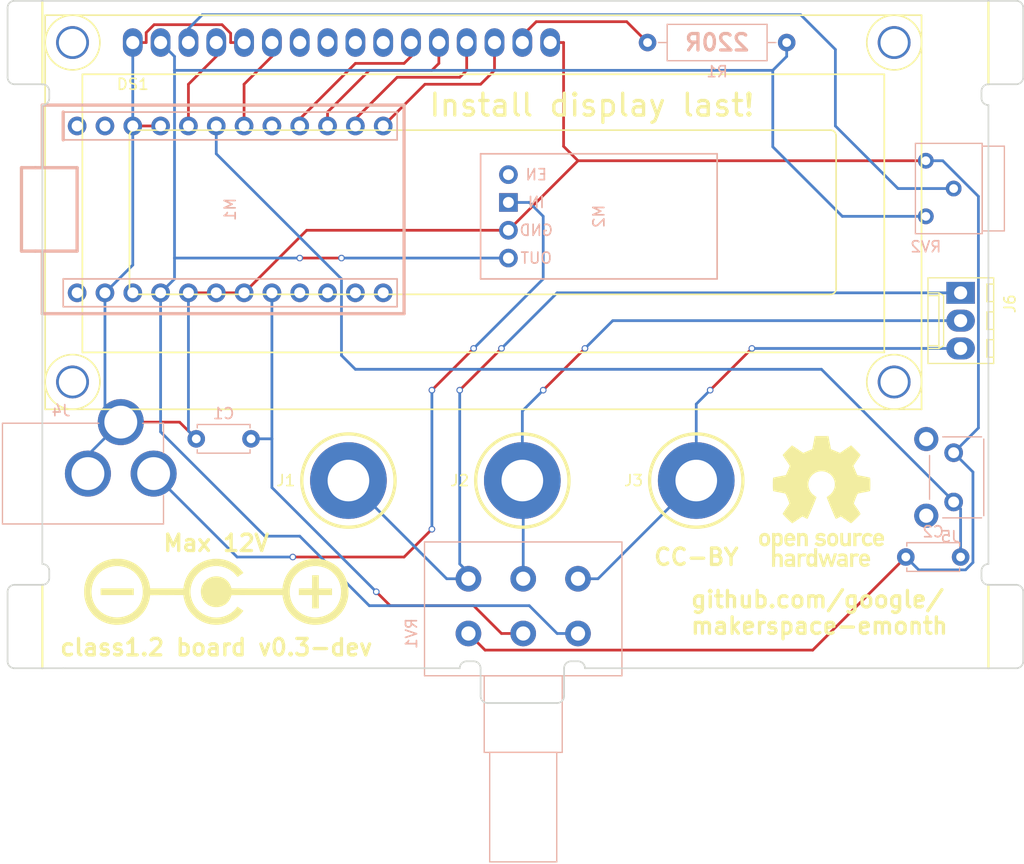
<source format=kicad_pcb>
(kicad_pcb (version 20171130) (host pcbnew "(5.1.12)-1")

  (general
    (thickness 1.6)
    (drawings 62)
    (tracks 160)
    (zones 0)
    (modules 16)
    (nets 17)
  )

  (page A4)
  (layers
    (0 F.Cu signal)
    (31 B.Cu signal)
    (32 B.Adhes user hide)
    (33 F.Adhes user hide)
    (34 B.Paste user hide)
    (35 F.Paste user hide)
    (36 B.SilkS user hide)
    (37 F.SilkS user hide)
    (38 B.Mask user hide)
    (39 F.Mask user hide)
    (40 Dwgs.User user hide)
    (41 Cmts.User user hide)
    (42 Eco1.User user hide)
    (43 Eco2.User user hide)
    (44 Edge.Cuts user)
    (45 Margin user hide)
    (46 B.CrtYd user hide)
    (47 F.CrtYd user hide)
    (48 B.Fab user hide)
    (49 F.Fab user hide)
  )

  (setup
    (last_trace_width 0.25)
    (trace_clearance 0.2)
    (zone_clearance 0.2)
    (zone_45_only yes)
    (trace_min 0.2)
    (via_size 0.6)
    (via_drill 0.4)
    (via_min_size 0.4)
    (via_min_drill 0.3)
    (uvia_size 0.3)
    (uvia_drill 0.1)
    (uvias_allowed no)
    (uvia_min_size 0.2)
    (uvia_min_drill 0.1)
    (edge_width 0.15)
    (segment_width 0.2)
    (pcb_text_width 0.3)
    (pcb_text_size 1.5 1.5)
    (mod_edge_width 0.15)
    (mod_text_size 1 1)
    (mod_text_width 0.15)
    (pad_size 1.524 1.524)
    (pad_drill 0.762)
    (pad_to_mask_clearance 0.2)
    (aux_axis_origin 107.95 78.74)
    (visible_elements 7FFFFFFF)
    (pcbplotparams
      (layerselection 0x00030_80000001)
      (usegerberextensions false)
      (usegerberattributes true)
      (usegerberadvancedattributes true)
      (creategerberjobfile true)
      (excludeedgelayer true)
      (linewidth 0.100000)
      (plotframeref false)
      (viasonmask false)
      (mode 1)
      (useauxorigin false)
      (hpglpennumber 1)
      (hpglpenspeed 20)
      (hpglpendiameter 15.000000)
      (psnegative false)
      (psa4output false)
      (plotreference true)
      (plotvalue true)
      (plotinvisibletext false)
      (padsonsilk false)
      (subtractmaskfromsilk false)
      (outputformat 1)
      (mirror false)
      (drillshape 1)
      (scaleselection 1)
      (outputdirectory ""))
  )

  (net 0 "")
  (net 1 GND)
  (net 2 +5V)
  (net 3 LCD_CONTRAST)
  (net 4 LCD_RS)
  (net 5 LCD_E)
  (net 6 LCD_D4)
  (net 7 LCD_D5)
  (net 8 LCD_D6)
  (net 9 LCD_D7)
  (net 10 "Net-(DS1-Pad15)")
  (net 11 "Net-(J1-Pad1)")
  (net 12 "Net-(J2-Pad1)")
  (net 13 "Net-(J3-Pad1)")
  (net 14 POT_INPUT)
  (net 15 "Net-(J4-Pad1)")
  (net 16 BUTTON)

  (net_class Default "This is the default net class."
    (clearance 0.2)
    (trace_width 0.25)
    (via_dia 0.6)
    (via_drill 0.4)
    (uvia_dia 0.3)
    (uvia_drill 0.1)
    (add_net +5V)
    (add_net BUTTON)
    (add_net GND)
    (add_net LCD_CONTRAST)
    (add_net LCD_D4)
    (add_net LCD_D5)
    (add_net LCD_D6)
    (add_net LCD_D7)
    (add_net LCD_E)
    (add_net LCD_RS)
    (add_net "Net-(DS1-Pad15)")
    (add_net "Net-(J1-Pad1)")
    (add_net "Net-(J2-Pad1)")
    (add_net "Net-(J3-Pad1)")
    (add_net "Net-(J4-Pad1)")
    (add_net POT_INPUT)
  )

  (module Potentiometers:Potentiometer_Alps_RK163_Double_Vertical (layer B.Cu) (tedit 58826D39) (tstamp 58E9C432)
    (at 160.02 136.525 270)
    (descr "Potentiometer, vertically mounted, Omeg PC16PU, Omeg PC16PU, Omeg PC16PU, Vishay/Spectrol 248GJ/249GJ Single, Vishay/Spectrol 248GJ/249GJ Single, Vishay/Spectrol 248GJ/249GJ Single, Vishay/Spectrol 248GH/249GH Single, Vishay/Spectrol 148/149 Single, Vishay/Spectrol 148/149 Single, Vishay/Spectrol 148/149 Single, Vishay/Spectrol 148A/149A Single with mounting plates, Vishay/Spectrol 148/149 Double, Vishay/Spectrol 148A/149A Double with mounting plates, Piher PC-16 Single, Piher PC-16 Single, Piher PC-16 Single, Piher PC-16SV Single, Piher PC-16 Double, Piher PC-16 Triple, Piher T16H Single, Piher T16L Single, Piher T16H Double, Alps RK163 Single, Alps RK163 Double, http://www.alps.com/prod/info/E/PDF/Potentiometer/MetalShaft/RK163/RK163.PDF")
    (tags "Potentiometer vertical  Omeg PC16PU  Omeg PC16PU  Omeg PC16PU  Vishay/Spectrol 248GJ/249GJ Single  Vishay/Spectrol 248GJ/249GJ Single  Vishay/Spectrol 248GJ/249GJ Single  Vishay/Spectrol 248GH/249GH Single  Vishay/Spectrol 148/149 Single  Vishay/Spectrol 148/149 Single  Vishay/Spectrol 148/149 Single  Vishay/Spectrol 148A/149A Single with mounting plates  Vishay/Spectrol 148/149 Double  Vishay/Spectrol 148A/149A Double with mounting plates  Piher PC-16 Single  Piher PC-16 Single  Piher PC-16 Single  Piher PC-16SV Single  Piher PC-16 Double  Piher PC-16 Triple  Piher T16H Single  Piher T16L Single  Piher T16H Double  Alps RK163 Single  Alps RK163 Double")
    (path /58E9C9CF)
    (fp_text reference RV1 (at 0 15.2 270) (layer B.SilkS)
      (effects (font (size 1 1) (thickness 0.15)) (justify mirror))
    )
    (fp_text value POT_Dual (at 0 -5.2 270) (layer B.Fab)
      (effects (font (size 1 1) (thickness 0.15)) (justify mirror))
    )
    (fp_line (start 21.05 14.2) (end -8.55 14.2) (layer B.CrtYd) (width 0.05))
    (fp_line (start 21.05 -4.2) (end 21.05 14.2) (layer B.CrtYd) (width 0.05))
    (fp_line (start -8.55 -4.2) (end 21.05 -4.2) (layer B.CrtYd) (width 0.05))
    (fp_line (start -8.55 14.2) (end -8.55 -4.2) (layer B.CrtYd) (width 0.05))
    (fp_line (start 20.86 8.06) (end 20.86 1.94) (layer B.SilkS) (width 0.12))
    (fp_line (start 10.86 8.06) (end 10.86 1.94) (layer B.SilkS) (width 0.12))
    (fp_line (start 10.86 1.94) (end 20.86 1.94) (layer B.SilkS) (width 0.12))
    (fp_line (start 10.86 8.06) (end 20.86 8.06) (layer B.SilkS) (width 0.12))
    (fp_line (start 10.86 8.56) (end 10.86 1.44) (layer B.SilkS) (width 0.12))
    (fp_line (start 3.86 8.56) (end 3.86 1.44) (layer B.SilkS) (width 0.12))
    (fp_line (start 3.86 1.44) (end 10.86 1.44) (layer B.SilkS) (width 0.12))
    (fp_line (start 3.86 8.56) (end 10.86 8.56) (layer B.SilkS) (width 0.12))
    (fp_line (start 3.86 14.01) (end 3.86 -4.011) (layer B.SilkS) (width 0.12))
    (fp_line (start -8.361 14.01) (end -8.361 -4.011) (layer B.SilkS) (width 0.12))
    (fp_line (start -8.361 -4.011) (end 3.86 -4.011) (layer B.SilkS) (width 0.12))
    (fp_line (start -8.361 14.01) (end 3.86 14.01) (layer B.SilkS) (width 0.12))
    (fp_line (start 20.8 8) (end 10.8 8) (layer B.Fab) (width 0.1))
    (fp_line (start 20.8 2) (end 20.8 8) (layer B.Fab) (width 0.1))
    (fp_line (start 10.8 2) (end 20.8 2) (layer B.Fab) (width 0.1))
    (fp_line (start 10.8 8) (end 10.8 2) (layer B.Fab) (width 0.1))
    (fp_line (start 10.8 8.5) (end 3.8 8.5) (layer B.Fab) (width 0.1))
    (fp_line (start 10.8 1.5) (end 10.8 8.5) (layer B.Fab) (width 0.1))
    (fp_line (start 3.8 1.5) (end 10.8 1.5) (layer B.Fab) (width 0.1))
    (fp_line (start 3.8 8.5) (end 3.8 1.5) (layer B.Fab) (width 0.1))
    (fp_line (start 3.8 13.95) (end -8.3 13.95) (layer B.Fab) (width 0.1))
    (fp_line (start 3.8 -3.95) (end 3.8 13.95) (layer B.Fab) (width 0.1))
    (fp_line (start -8.3 -3.95) (end 3.8 -3.95) (layer B.Fab) (width 0.1))
    (fp_line (start -8.3 13.95) (end -8.3 -3.95) (layer B.Fab) (width 0.1))
    (pad 3 thru_hole circle (at 0 10 270) (size 2.34 2.34) (drill 1.3) (layers *.Cu *.Mask)
      (net 1 GND))
    (pad 2 thru_hole circle (at 0 5 270) (size 2.34 2.34) (drill 1.3) (layers *.Cu *.Mask)
      (net 14 POT_INPUT))
    (pad 1 thru_hole circle (at 0 0 270) (size 2.34 2.34) (drill 1.3) (layers *.Cu *.Mask)
      (net 2 +5V))
    (pad 6 thru_hole circle (at -5 10 270) (size 2.34 2.34) (drill 1.3) (layers *.Cu *.Mask)
      (net 11 "Net-(J1-Pad1)"))
    (pad 5 thru_hole circle (at -5 5 270) (size 2.34 2.34) (drill 1.3) (layers *.Cu *.Mask)
      (net 12 "Net-(J2-Pad1)"))
    (pad 4 thru_hole circle (at -5 0 270) (size 2.34 2.34) (drill 1.3) (layers *.Cu *.Mask)
      (net 13 "Net-(J3-Pad1)"))
    (model Potentiometers.3dshapes/Potentiometer_Alps_RK163_Double_Vertical.wrl
      (at (xyz 0 0 0))
      (scale (xyz 1 1 1))
      (rotate (xyz 0 0 0))
    )
  )

  (module Displays:WC1602A (layer F.Cu) (tedit 58E9D1FC) (tstamp 58E9C770)
    (at 119.38 82.55)
    (descr http://www.kamami.pl/dl/wc1602a0.pdf)
    (tags "LCD 16x2 Alphanumeric 16pin")
    (path /58E9CEAA)
    (fp_text reference DS1 (at 0 3.81) (layer F.SilkS)
      (effects (font (size 1 1) (thickness 0.15)))
    )
    (fp_text value LCD16X2 (at 31.99892 15.49908) (layer F.Fab)
      (effects (font (size 1 1) (thickness 0.15)))
    )
    (fp_circle (center -5.4991 0) (end -2.99974 0) (layer F.SilkS) (width 0.15))
    (fp_circle (center -5.4991 31.0007) (end -8.001 31.0007) (layer F.SilkS) (width 0.15))
    (fp_circle (center 69.49948 31.0007) (end 71.99884 31.0007) (layer F.SilkS) (width 0.15))
    (fp_circle (center 69.49948 0) (end 71.99884 0) (layer F.SilkS) (width 0.15))
    (fp_line (start -8.001 33.50006) (end -8.001 -2.49936) (layer F.SilkS) (width 0.15))
    (fp_line (start 71.99884 33.50006) (end -8.001 33.50006) (layer F.SilkS) (width 0.15))
    (fp_line (start 71.99884 -2.49936) (end 71.99884 33.50006) (layer F.SilkS) (width 0.15))
    (fp_line (start -8.001 -2.49936) (end 71.99884 -2.49936) (layer F.SilkS) (width 0.15))
    (fp_line (start -4.59994 28.30068) (end -4.59994 2.90068) (layer F.SilkS) (width 0.15))
    (fp_line (start 68.60032 28.30068) (end -4.59994 28.30068) (layer F.SilkS) (width 0.15))
    (fp_line (start 68.60032 2.90068) (end 68.60032 28.30068) (layer F.SilkS) (width 0.15))
    (fp_line (start -4.59994 2.90068) (end 68.60032 2.90068) (layer F.SilkS) (width 0.15))
    (fp_line (start 64.20104 8.49884) (end 64.20104 22.49932) (layer F.SilkS) (width 0.15))
    (fp_line (start 63.70066 22.9997) (end 0.20066 22.9997) (layer F.SilkS) (width 0.15))
    (fp_line (start -0.29972 22.49932) (end -0.29972 8.49884) (layer F.SilkS) (width 0.15))
    (fp_line (start 0.20066 8.001) (end 63.70066 8.001) (layer F.SilkS) (width 0.15))
    (fp_arc (start 63.70066 8.49884) (end 63.70066 8.001) (angle 90) (layer F.SilkS) (width 0.15))
    (fp_arc (start 63.70066 22.49932) (end 64.20104 22.49932) (angle 90) (layer F.SilkS) (width 0.15))
    (fp_arc (start 0.20066 22.49932) (end 0.20066 22.9997) (angle 90) (layer F.SilkS) (width 0.15))
    (fp_arc (start 0.20066 8.49884) (end -0.29972 8.49884) (angle 90) (layer F.SilkS) (width 0.15))
    (pad 1 thru_hole oval (at 0 0) (size 1.8 2.6) (drill 1.2) (layers *.Cu *.Mask)
      (net 1 GND))
    (pad 2 thru_hole oval (at 2.54 0) (size 1.8 2.6) (drill 1.2) (layers *.Cu *.Mask)
      (net 2 +5V))
    (pad 3 thru_hole oval (at 5.08 0) (size 1.8 2.6) (drill 1.2) (layers *.Cu *.Mask)
      (net 3 LCD_CONTRAST))
    (pad 4 thru_hole oval (at 7.62 0) (size 1.8 2.6) (drill 1.2) (layers *.Cu *.Mask)
      (net 4 LCD_RS))
    (pad 5 thru_hole oval (at 10.16 0) (size 1.8 2.6) (drill 1.2) (layers *.Cu *.Mask)
      (net 1 GND))
    (pad 6 thru_hole oval (at 12.7 0) (size 1.8 2.6) (drill 1.2) (layers *.Cu *.Mask)
      (net 5 LCD_E))
    (pad 7 thru_hole oval (at 15.24 0) (size 1.8 2.6) (drill 1.2) (layers *.Cu *.Mask))
    (pad 8 thru_hole oval (at 17.78 0) (size 1.8 2.6) (drill 1.2) (layers *.Cu *.Mask))
    (pad 9 thru_hole oval (at 20.32 0) (size 1.8 2.6) (drill 1.2) (layers *.Cu *.Mask))
    (pad 10 thru_hole oval (at 22.86 0) (size 1.8 2.6) (drill 1.2) (layers *.Cu *.Mask))
    (pad 11 thru_hole oval (at 25.4 0) (size 1.8 2.6) (drill 1.2) (layers *.Cu *.Mask)
      (net 6 LCD_D4))
    (pad 12 thru_hole oval (at 27.94 0) (size 1.8 2.6) (drill 1.2) (layers *.Cu *.Mask)
      (net 7 LCD_D5))
    (pad 13 thru_hole oval (at 30.48 0) (size 1.8 2.6) (drill 1.2) (layers *.Cu *.Mask)
      (net 8 LCD_D6))
    (pad 14 thru_hole oval (at 33.02 0) (size 1.8 2.6) (drill 1.2) (layers *.Cu *.Mask)
      (net 9 LCD_D7))
    (pad 15 thru_hole oval (at 35.56 0) (size 1.8 2.6) (drill 1.2) (layers *.Cu *.Mask)
      (net 10 "Net-(DS1-Pad15)"))
    (pad 16 thru_hole oval (at 38.1 0) (size 1.8 2.6) (drill 1.2) (layers *.Cu *.Mask)
      (net 1 GND))
    (pad 0 thru_hole circle (at -5.4991 0) (size 3 3) (drill 2.5) (layers *.Cu *.Mask))
    (pad 0 thru_hole circle (at -5.4991 31.0007) (size 3 3) (drill 2.5) (layers *.Cu *.Mask))
    (pad 0 thru_hole circle (at 69.49948 31.0007) (size 3 3) (drill 2.5) (layers *.Cu *.Mask))
    (pad 0 thru_hole circle (at 69.49948 0) (size 3 3) (drill 2.5) (layers *.Cu *.Mask))
  )

  (module Symbols:OSHW-Logo_11.4x12mm_SilkScreen (layer F.Cu) (tedit 0) (tstamp 58E9C40C)
    (at 182.245 124.46)
    (descr "Open Source Hardware Logo")
    (tags "Logo OSHW")
    (path /58E9EBC8)
    (attr virtual)
    (fp_text reference P2 (at 0 0) (layer F.SilkS) hide
      (effects (font (size 1 1) (thickness 0.15)))
    )
    (fp_text value SYMBOL (at 0.75 0) (layer F.Fab) hide
      (effects (font (size 1 1) (thickness 0.15)))
    )
    (fp_poly (pts (xy 0.746535 -5.366828) (xy 0.859117 -4.769637) (xy 1.274531 -4.59839) (xy 1.689944 -4.427143)
      (xy 2.188302 -4.766022) (xy 2.327868 -4.860378) (xy 2.454028 -4.944625) (xy 2.560895 -5.014917)
      (xy 2.642582 -5.067408) (xy 2.693201 -5.098251) (xy 2.706986 -5.104902) (xy 2.73182 -5.087797)
      (xy 2.784888 -5.040511) (xy 2.86024 -4.969083) (xy 2.951929 -4.879555) (xy 3.054007 -4.777966)
      (xy 3.160526 -4.670357) (xy 3.265536 -4.562768) (xy 3.363091 -4.46124) (xy 3.447242 -4.371814)
      (xy 3.51204 -4.300529) (xy 3.551538 -4.253427) (xy 3.56098 -4.237663) (xy 3.547391 -4.208602)
      (xy 3.509293 -4.144934) (xy 3.450694 -4.052888) (xy 3.375597 -3.938691) (xy 3.288009 -3.808571)
      (xy 3.237254 -3.734354) (xy 3.144745 -3.598833) (xy 3.06254 -3.476539) (xy 2.99463 -3.37356)
      (xy 2.945 -3.295982) (xy 2.91764 -3.249894) (xy 2.913529 -3.240208) (xy 2.922849 -3.212681)
      (xy 2.948254 -3.148527) (xy 2.985911 -3.056765) (xy 3.031986 -2.946416) (xy 3.082646 -2.8265)
      (xy 3.134059 -2.706036) (xy 3.182389 -2.594046) (xy 3.223806 -2.499548) (xy 3.254474 -2.431563)
      (xy 3.270562 -2.399112) (xy 3.271511 -2.397835) (xy 3.296772 -2.391638) (xy 3.364046 -2.377815)
      (xy 3.46636 -2.357723) (xy 3.596741 -2.332721) (xy 3.748216 -2.304169) (xy 3.836594 -2.287704)
      (xy 3.998452 -2.256886) (xy 4.144649 -2.227561) (xy 4.267787 -2.201334) (xy 4.360469 -2.179809)
      (xy 4.415301 -2.16459) (xy 4.426323 -2.159762) (xy 4.437119 -2.127081) (xy 4.445829 -2.05327)
      (xy 4.45246 -1.946963) (xy 4.457018 -1.816788) (xy 4.459509 -1.671379) (xy 4.459938 -1.519365)
      (xy 4.458311 -1.369378) (xy 4.454635 -1.230049) (xy 4.448915 -1.11001) (xy 4.441158 -1.01789)
      (xy 4.431368 -0.962323) (xy 4.425496 -0.950755) (xy 4.390399 -0.93689) (xy 4.316028 -0.917067)
      (xy 4.212223 -0.893616) (xy 4.088819 -0.868864) (xy 4.045741 -0.860857) (xy 3.838047 -0.822814)
      (xy 3.673984 -0.792176) (xy 3.54813 -0.767726) (xy 3.455065 -0.748246) (xy 3.389367 -0.732519)
      (xy 3.345617 -0.719327) (xy 3.318392 -0.707451) (xy 3.302272 -0.695675) (xy 3.300017 -0.693347)
      (xy 3.277503 -0.655855) (xy 3.243158 -0.58289) (xy 3.200411 -0.483388) (xy 3.152692 -0.366282)
      (xy 3.10343 -0.240507) (xy 3.056055 -0.114998) (xy 3.013995 0.00131) (xy 2.98068 0.099484)
      (xy 2.959541 0.170588) (xy 2.954005 0.205687) (xy 2.954466 0.206917) (xy 2.973223 0.235606)
      (xy 3.015776 0.29873) (xy 3.077653 0.389718) (xy 3.154382 0.502) (xy 3.241491 0.629005)
      (xy 3.266299 0.665098) (xy 3.354753 0.795948) (xy 3.432588 0.915336) (xy 3.495566 1.016407)
      (xy 3.539445 1.092304) (xy 3.559985 1.136172) (xy 3.56098 1.141562) (xy 3.543722 1.169889)
      (xy 3.496036 1.226006) (xy 3.42405 1.303882) (xy 3.333897 1.397485) (xy 3.231705 1.500786)
      (xy 3.123606 1.607751) (xy 3.015728 1.712351) (xy 2.914204 1.808554) (xy 2.825162 1.890329)
      (xy 2.754733 1.951645) (xy 2.709047 1.986471) (xy 2.696409 1.992157) (xy 2.666991 1.978765)
      (xy 2.606761 1.942644) (xy 2.52553 1.889881) (xy 2.46303 1.847412) (xy 2.349785 1.769485)
      (xy 2.215674 1.677729) (xy 2.081155 1.58612) (xy 2.008833 1.537091) (xy 1.764038 1.371515)
      (xy 1.558551 1.48262) (xy 1.464936 1.531293) (xy 1.38533 1.569126) (xy 1.331467 1.590703)
      (xy 1.317757 1.593706) (xy 1.30127 1.571538) (xy 1.268745 1.508894) (xy 1.222609 1.411554)
      (xy 1.16529 1.285294) (xy 1.099216 1.135895) (xy 1.026815 0.969133) (xy 0.950516 0.790787)
      (xy 0.872746 0.606636) (xy 0.795934 0.422457) (xy 0.722506 0.24403) (xy 0.654892 0.077132)
      (xy 0.59552 -0.072458) (xy 0.546816 -0.198962) (xy 0.51121 -0.296601) (xy 0.49113 -0.359598)
      (xy 0.4879 -0.381234) (xy 0.513496 -0.408831) (xy 0.569539 -0.45363) (xy 0.644311 -0.506321)
      (xy 0.650587 -0.51049) (xy 0.843845 -0.665186) (xy 0.999674 -0.845664) (xy 1.116724 -1.046153)
      (xy 1.193645 -1.260881) (xy 1.229086 -1.484078) (xy 1.221697 -1.709974) (xy 1.170127 -1.932796)
      (xy 1.073026 -2.146776) (xy 1.044458 -2.193591) (xy 0.895868 -2.382637) (xy 0.720327 -2.534443)
      (xy 0.52391 -2.648221) (xy 0.312693 -2.72318) (xy 0.092753 -2.758533) (xy -0.129837 -2.753488)
      (xy -0.348999 -2.707256) (xy -0.558658 -2.619049) (xy -0.752739 -2.488076) (xy -0.812774 -2.434918)
      (xy -0.965565 -2.268516) (xy -1.076903 -2.093343) (xy -1.153277 -1.896989) (xy -1.195813 -1.702538)
      (xy -1.206314 -1.483913) (xy -1.171299 -1.264203) (xy -1.094327 -1.050835) (xy -0.978953 -0.851233)
      (xy -0.828734 -0.672826) (xy -0.647227 -0.523038) (xy -0.623373 -0.507249) (xy -0.547799 -0.455543)
      (xy -0.490349 -0.410743) (xy -0.462883 -0.382138) (xy -0.462483 -0.381234) (xy -0.46838 -0.350291)
      (xy -0.491755 -0.280064) (xy -0.530179 -0.17633) (xy -0.581223 -0.044865) (xy -0.642458 0.108552)
      (xy -0.711456 0.278146) (xy -0.785786 0.458138) (xy -0.863022 0.642753) (xy -0.940732 0.826213)
      (xy -1.016489 1.002741) (xy -1.087863 1.166559) (xy -1.152426 1.311892) (xy -1.207748 1.432962)
      (xy -1.2514 1.523992) (xy -1.280954 1.579205) (xy -1.292856 1.593706) (xy -1.329223 1.582414)
      (xy -1.39727 1.55213) (xy -1.485263 1.508265) (xy -1.533649 1.48262) (xy -1.739137 1.371515)
      (xy -1.983932 1.537091) (xy -2.108894 1.621915) (xy -2.245705 1.715261) (xy -2.373911 1.803153)
      (xy -2.438129 1.847412) (xy -2.528449 1.908063) (xy -2.604929 1.956126) (xy -2.657593 1.985515)
      (xy -2.674698 1.991727) (xy -2.699595 1.974968) (xy -2.754695 1.928181) (xy -2.834657 1.856225)
      (xy -2.934139 1.763957) (xy -3.0478 1.656235) (xy -3.119685 1.587071) (xy -3.245449 1.463502)
      (xy -3.354137 1.352979) (xy -3.441355 1.26023) (xy -3.502711 1.189982) (xy -3.533809 1.146965)
      (xy -3.536792 1.138235) (xy -3.522947 1.105029) (xy -3.484688 1.037887) (xy -3.426258 0.943608)
      (xy -3.351903 0.82899) (xy -3.265865 0.700828) (xy -3.241397 0.665098) (xy -3.152245 0.535234)
      (xy -3.072262 0.418314) (xy -3.00592 0.320907) (xy -2.957689 0.249584) (xy -2.932043 0.210915)
      (xy -2.929565 0.206917) (xy -2.933271 0.1761) (xy -2.952939 0.108344) (xy -2.98514 0.012584)
      (xy -3.026445 -0.102246) (xy -3.073425 -0.227211) (xy -3.122651 -0.353376) (xy -3.170692 -0.471807)
      (xy -3.214119 -0.57357) (xy -3.249504 -0.649729) (xy -3.273416 -0.691351) (xy -3.275116 -0.693347)
      (xy -3.289738 -0.705242) (xy -3.314435 -0.717005) (xy -3.354628 -0.729854) (xy -3.415737 -0.745006)
      (xy -3.503183 -0.763679) (xy -3.622388 -0.78709) (xy -3.778773 -0.816458) (xy -3.977757 -0.853)
      (xy -4.02084 -0.860857) (xy -4.148529 -0.885528) (xy -4.259847 -0.909662) (xy -4.344955 -0.930931)
      (xy -4.394017 -0.947007) (xy -4.400595 -0.950755) (xy -4.411436 -0.983982) (xy -4.420247 -1.058234)
      (xy -4.427024 -1.164879) (xy -4.43176 -1.295288) (xy -4.43445 -1.440828) (xy -4.435087 -1.592869)
      (xy -4.433666 -1.742779) (xy -4.43018 -1.881927) (xy -4.424624 -2.001683) (xy -4.416992 -2.093414)
      (xy -4.407278 -2.148489) (xy -4.401422 -2.159762) (xy -4.36882 -2.171132) (xy -4.294582 -2.189631)
      (xy -4.186104 -2.213653) (xy -4.050783 -2.241593) (xy -3.896015 -2.271847) (xy -3.811692 -2.287704)
      (xy -3.651704 -2.317611) (xy -3.509033 -2.344705) (xy -3.390652 -2.367624) (xy -3.303535 -2.385012)
      (xy -3.254655 -2.395508) (xy -3.24661 -2.397835) (xy -3.233013 -2.424069) (xy -3.204271 -2.48726)
      (xy -3.164215 -2.578378) (xy -3.116676 -2.688398) (xy -3.065485 -2.80829) (xy -3.014474 -2.929028)
      (xy -2.967474 -3.041584) (xy -2.928316 -3.136929) (xy -2.900831 -3.206038) (xy -2.888851 -3.239881)
      (xy -2.888628 -3.24136) (xy -2.902209 -3.268058) (xy -2.940285 -3.329495) (xy -2.998853 -3.419566)
      (xy -3.073912 -3.532165) (xy -3.16146 -3.661185) (xy -3.212353 -3.735294) (xy -3.305091 -3.871178)
      (xy -3.387459 -3.994546) (xy -3.455439 -4.099158) (xy -3.505012 -4.178772) (xy -3.532158 -4.227148)
      (xy -3.536079 -4.237993) (xy -3.519225 -4.263235) (xy -3.472632 -4.317131) (xy -3.402251 -4.393642)
      (xy -3.314035 -4.486732) (xy -3.213935 -4.59036) (xy -3.107902 -4.698491) (xy -3.001889 -4.805085)
      (xy -2.901848 -4.904105) (xy -2.81373 -4.989513) (xy -2.743487 -5.05527) (xy -2.697072 -5.095339)
      (xy -2.681544 -5.104902) (xy -2.656261 -5.091455) (xy -2.595789 -5.05368) (xy -2.506008 -4.99542)
      (xy -2.392797 -4.920521) (xy -2.262036 -4.83283) (xy -2.1634 -4.766022) (xy -1.665043 -4.427143)
      (xy -1.249629 -4.59839) (xy -0.834216 -4.769637) (xy -0.721634 -5.366828) (xy -0.609051 -5.96402)
      (xy 0.633952 -5.96402) (xy 0.746535 -5.366828)) (layer F.SilkS) (width 0.01))
    (fp_poly (pts (xy 3.563637 2.887472) (xy 3.64929 2.913641) (xy 3.704437 2.946707) (xy 3.722401 2.972855)
      (xy 3.717457 3.003852) (xy 3.685372 3.052547) (xy 3.658243 3.087035) (xy 3.602317 3.149383)
      (xy 3.560299 3.175615) (xy 3.52448 3.173903) (xy 3.418224 3.146863) (xy 3.340189 3.148091)
      (xy 3.27682 3.178735) (xy 3.255546 3.19667) (xy 3.187451 3.259779) (xy 3.187451 4.083922)
      (xy 2.913529 4.083922) (xy 2.913529 2.888628) (xy 3.05049 2.888628) (xy 3.132719 2.891879)
      (xy 3.175144 2.903426) (xy 3.187445 2.925952) (xy 3.187451 2.92662) (xy 3.19326 2.950215)
      (xy 3.219531 2.947138) (xy 3.255931 2.930115) (xy 3.331111 2.898439) (xy 3.392158 2.879381)
      (xy 3.470708 2.874496) (xy 3.563637 2.887472)) (layer F.SilkS) (width 0.01))
    (fp_poly (pts (xy -1.49324 2.909199) (xy -1.431264 2.938802) (xy -1.371241 2.981561) (xy -1.325514 3.030775)
      (xy -1.292207 3.093544) (xy -1.269445 3.176971) (xy -1.255353 3.288159) (xy -1.248058 3.434209)
      (xy -1.245682 3.622223) (xy -1.245645 3.641912) (xy -1.245098 4.083922) (xy -1.51902 4.083922)
      (xy -1.51902 3.676435) (xy -1.519215 3.525471) (xy -1.520564 3.416056) (xy -1.524212 3.339933)
      (xy -1.531304 3.288848) (xy -1.542987 3.254545) (xy -1.560406 3.228768) (xy -1.584671 3.203298)
      (xy -1.669565 3.148571) (xy -1.762239 3.138416) (xy -1.850527 3.173017) (xy -1.88123 3.19877)
      (xy -1.903771 3.222982) (xy -1.919954 3.248912) (xy -1.930832 3.284708) (xy -1.937458 3.338519)
      (xy -1.940885 3.418493) (xy -1.942166 3.532779) (xy -1.942353 3.671907) (xy -1.942353 4.083922)
      (xy -2.216275 4.083922) (xy -2.216275 2.888628) (xy -2.079314 2.888628) (xy -1.997084 2.891879)
      (xy -1.95466 2.903426) (xy -1.942359 2.925952) (xy -1.942353 2.92662) (xy -1.936646 2.948681)
      (xy -1.911473 2.946177) (xy -1.861422 2.921937) (xy -1.747906 2.886271) (xy -1.618055 2.882305)
      (xy -1.49324 2.909199)) (layer F.SilkS) (width 0.01))
    (fp_poly (pts (xy 5.303287 2.884355) (xy 5.367051 2.899845) (xy 5.4893 2.956569) (xy 5.593834 3.043202)
      (xy 5.66618 3.147074) (xy 5.676119 3.170396) (xy 5.689754 3.231484) (xy 5.699298 3.321853)
      (xy 5.702549 3.41319) (xy 5.702549 3.585882) (xy 5.34147 3.585882) (xy 5.192546 3.586445)
      (xy 5.087632 3.589864) (xy 5.020937 3.598731) (xy 4.986666 3.615641) (xy 4.979028 3.643189)
      (xy 4.992229 3.683968) (xy 5.015877 3.731683) (xy 5.081843 3.811314) (xy 5.173512 3.850987)
      (xy 5.285555 3.849695) (xy 5.412472 3.806514) (xy 5.522158 3.753224) (xy 5.613173 3.825191)
      (xy 5.704188 3.897157) (xy 5.618563 3.976269) (xy 5.50425 4.051017) (xy 5.363666 4.096084)
      (xy 5.212449 4.108696) (xy 5.066236 4.086079) (xy 5.042647 4.078405) (xy 4.914141 4.011296)
      (xy 4.818551 3.911247) (xy 4.753861 3.775271) (xy 4.718057 3.60038) (xy 4.71764 3.596632)
      (xy 4.714434 3.406032) (xy 4.727393 3.338035) (xy 4.980392 3.338035) (xy 5.003627 3.348491)
      (xy 5.06671 3.3565) (xy 5.159706 3.361073) (xy 5.218638 3.361765) (xy 5.328537 3.361332)
      (xy 5.397252 3.358578) (xy 5.433405 3.351321) (xy 5.445615 3.337376) (xy 5.442504 3.314562)
      (xy 5.439894 3.305735) (xy 5.395344 3.2228) (xy 5.325279 3.15596) (xy 5.263446 3.126589)
      (xy 5.181301 3.128362) (xy 5.098062 3.16499) (xy 5.028238 3.225634) (xy 4.986337 3.299456)
      (xy 4.980392 3.338035) (xy 4.727393 3.338035) (xy 4.746385 3.238395) (xy 4.809773 3.097711)
      (xy 4.900878 2.987974) (xy 5.015978 2.913174) (xy 5.151355 2.877304) (xy 5.303287 2.884355)) (layer F.SilkS) (width 0.01))
    (fp_poly (pts (xy 4.390976 2.899056) (xy 4.535256 2.960348) (xy 4.580699 2.990185) (xy 4.638779 3.036036)
      (xy 4.675238 3.072089) (xy 4.681568 3.083832) (xy 4.663693 3.109889) (xy 4.61795 3.154105)
      (xy 4.581328 3.184965) (xy 4.481088 3.26552) (xy 4.401935 3.198918) (xy 4.340769 3.155921)
      (xy 4.281129 3.141079) (xy 4.212872 3.144704) (xy 4.104482 3.171652) (xy 4.029872 3.227587)
      (xy 3.98453 3.318014) (xy 3.963947 3.448435) (xy 3.963942 3.448517) (xy 3.965722 3.59429)
      (xy 3.993387 3.701245) (xy 4.048571 3.774064) (xy 4.086192 3.798723) (xy 4.186105 3.829431)
      (xy 4.292822 3.829449) (xy 4.385669 3.799655) (xy 4.407647 3.785098) (xy 4.462765 3.747914)
      (xy 4.505859 3.74182) (xy 4.552335 3.769496) (xy 4.603716 3.819205) (xy 4.685046 3.903116)
      (xy 4.594749 3.977546) (xy 4.455236 4.061549) (xy 4.297912 4.102947) (xy 4.133503 4.09995)
      (xy 4.025531 4.0725) (xy 3.899331 4.00462) (xy 3.798401 3.897831) (xy 3.752548 3.822451)
      (xy 3.71541 3.714297) (xy 3.696827 3.577318) (xy 3.696684 3.428864) (xy 3.714865 3.286281)
      (xy 3.751255 3.166918) (xy 3.756987 3.15468) (xy 3.841865 3.034655) (xy 3.956782 2.947267)
      (xy 4.092659 2.894329) (xy 4.240417 2.877654) (xy 4.390976 2.899056)) (layer F.SilkS) (width 0.01))
    (fp_poly (pts (xy 1.967254 3.276245) (xy 1.969608 3.458879) (xy 1.978207 3.5976) (xy 1.99536 3.698147)
      (xy 2.023374 3.766254) (xy 2.064557 3.807659) (xy 2.121217 3.828097) (xy 2.191372 3.833318)
      (xy 2.264848 3.827468) (xy 2.320657 3.806093) (xy 2.361109 3.763458) (xy 2.388509 3.693825)
      (xy 2.405167 3.59146) (xy 2.413389 3.450624) (xy 2.41549 3.276245) (xy 2.41549 2.888628)
      (xy 2.689411 2.888628) (xy 2.689411 4.083922) (xy 2.552451 4.083922) (xy 2.469884 4.080576)
      (xy 2.427368 4.068826) (xy 2.41549 4.04652) (xy 2.408336 4.026654) (xy 2.379865 4.030857)
      (xy 2.322476 4.058971) (xy 2.190945 4.102342) (xy 2.051438 4.09927) (xy 1.917765 4.052174)
      (xy 1.854108 4.014971) (xy 1.805553 3.974691) (xy 1.770081 3.924291) (xy 1.745674 3.856729)
      (xy 1.730313 3.764965) (xy 1.721982 3.641955) (xy 1.718662 3.480659) (xy 1.718235 3.355928)
      (xy 1.718235 2.888628) (xy 1.967254 2.888628) (xy 1.967254 3.276245)) (layer F.SilkS) (width 0.01))
    (fp_poly (pts (xy 1.209547 2.903364) (xy 1.335502 2.971959) (xy 1.434047 3.080245) (xy 1.480478 3.168315)
      (xy 1.500412 3.246101) (xy 1.513328 3.356993) (xy 1.518863 3.484738) (xy 1.516654 3.613084)
      (xy 1.506337 3.725779) (xy 1.494286 3.785969) (xy 1.453634 3.868311) (xy 1.38323 3.95577)
      (xy 1.298382 4.032251) (xy 1.214397 4.081655) (xy 1.212349 4.082439) (xy 1.108134 4.104027)
      (xy 0.984627 4.104562) (xy 0.867261 4.084908) (xy 0.821942 4.069155) (xy 0.70522 4.002966)
      (xy 0.621624 3.916246) (xy 0.566701 3.801438) (xy 0.535995 3.650982) (xy 0.529047 3.572173)
      (xy 0.529933 3.473145) (xy 0.796862 3.473145) (xy 0.805854 3.617645) (xy 0.831736 3.72776)
      (xy 0.872868 3.798116) (xy 0.902172 3.818235) (xy 0.977251 3.832265) (xy 1.066494 3.828111)
      (xy 1.14365 3.807922) (xy 1.163883 3.796815) (xy 1.217265 3.732123) (xy 1.2525 3.633119)
      (xy 1.267498 3.512632) (xy 1.260172 3.383494) (xy 1.243799 3.305775) (xy 1.19679 3.215771)
      (xy 1.122582 3.159509) (xy 1.033209 3.140057) (xy 0.940707 3.160481) (xy 0.869653 3.210437)
      (xy 0.832312 3.251655) (xy 0.810518 3.292281) (xy 0.80013 3.347264) (xy 0.797006 3.431549)
      (xy 0.796862 3.473145) (xy 0.529933 3.473145) (xy 0.53093 3.361874) (xy 0.56518 3.189423)
      (xy 0.631802 3.054814) (xy 0.730799 2.95804) (xy 0.862175 2.899094) (xy 0.890385 2.892259)
      (xy 1.059926 2.876213) (xy 1.209547 2.903364)) (layer F.SilkS) (width 0.01))
    (fp_poly (pts (xy 0.027759 2.884345) (xy 0.122059 2.902229) (xy 0.21989 2.939633) (xy 0.230343 2.944402)
      (xy 0.304531 2.983412) (xy 0.35591 3.019664) (xy 0.372517 3.042887) (xy 0.356702 3.080761)
      (xy 0.318288 3.136644) (xy 0.301237 3.157505) (xy 0.230969 3.239618) (xy 0.140379 3.186168)
      (xy 0.054164 3.150561) (xy -0.045451 3.131529) (xy -0.140981 3.130326) (xy -0.214939 3.14821)
      (xy -0.232688 3.159373) (xy -0.266488 3.210553) (xy -0.270596 3.269509) (xy -0.245304 3.315567)
      (xy -0.230344 3.324499) (xy -0.185514 3.335592) (xy -0.106714 3.34863) (xy -0.009574 3.361088)
      (xy 0.008346 3.363042) (xy 0.164365 3.39003) (xy 0.277523 3.435873) (xy 0.352569 3.504803)
      (xy 0.394253 3.601054) (xy 0.407238 3.718617) (xy 0.389299 3.852254) (xy 0.33105 3.957195)
      (xy 0.232255 4.03363) (xy 0.092682 4.081748) (xy -0.062255 4.100732) (xy -0.188602 4.100504)
      (xy -0.291087 4.083262) (xy -0.361079 4.059457) (xy -0.449517 4.017978) (xy -0.531246 3.969842)
      (xy -0.560295 3.948655) (xy -0.635 3.887676) (xy -0.544902 3.796508) (xy -0.454804 3.705339)
      (xy -0.352368 3.773128) (xy -0.249626 3.824042) (xy -0.139913 3.850673) (xy -0.034449 3.853483)
      (xy 0.055546 3.832935) (xy 0.118854 3.789493) (xy 0.139296 3.752838) (xy 0.136229 3.694053)
      (xy 0.085434 3.649099) (xy -0.012952 3.618057) (xy -0.120744 3.60371) (xy -0.286635 3.576337)
      (xy -0.409876 3.524693) (xy -0.492114 3.447266) (xy -0.534999 3.342544) (xy -0.54094 3.218387)
      (xy -0.511594 3.088702) (xy -0.444691 2.990677) (xy -0.339629 2.923866) (xy -0.19581 2.88782)
      (xy -0.089262 2.880754) (xy 0.027759 2.884345)) (layer F.SilkS) (width 0.01))
    (fp_poly (pts (xy -2.686796 2.916354) (xy -2.661981 2.928037) (xy -2.576094 2.990951) (xy -2.494879 3.082769)
      (xy -2.434236 3.183868) (xy -2.416988 3.230349) (xy -2.401251 3.313376) (xy -2.391867 3.413713)
      (xy -2.390728 3.455147) (xy -2.390589 3.585882) (xy -3.143047 3.585882) (xy -3.127007 3.654363)
      (xy -3.087637 3.735355) (xy -3.018806 3.805351) (xy -2.936919 3.850441) (xy -2.884737 3.859804)
      (xy -2.813971 3.848441) (xy -2.72954 3.819943) (xy -2.700858 3.806831) (xy -2.594791 3.753858)
      (xy -2.504272 3.822901) (xy -2.452039 3.869597) (xy -2.424247 3.90814) (xy -2.42284 3.919452)
      (xy -2.447668 3.946868) (xy -2.502083 3.988532) (xy -2.551472 4.021037) (xy -2.684748 4.079468)
      (xy -2.834161 4.105915) (xy -2.982249 4.099039) (xy -3.100295 4.063096) (xy -3.221982 3.986101)
      (xy -3.30846 3.884728) (xy -3.362559 3.75357) (xy -3.387109 3.587224) (xy -3.389286 3.511108)
      (xy -3.380573 3.336685) (xy -3.379503 3.331611) (xy -3.130173 3.331611) (xy -3.123306 3.347968)
      (xy -3.095083 3.356988) (xy -3.036873 3.360854) (xy -2.940042 3.361749) (xy -2.902757 3.361765)
      (xy -2.789317 3.360413) (xy -2.717378 3.355505) (xy -2.678687 3.34576) (xy -2.664995 3.329899)
      (xy -2.66451 3.324805) (xy -2.680137 3.284326) (xy -2.719247 3.227621) (xy -2.736061 3.207766)
      (xy -2.798481 3.151611) (xy -2.863547 3.129532) (xy -2.898603 3.127686) (xy -2.993442 3.150766)
      (xy -3.072973 3.212759) (xy -3.123423 3.302802) (xy -3.124317 3.305735) (xy -3.130173 3.331611)
      (xy -3.379503 3.331611) (xy -3.351601 3.199343) (xy -3.29941 3.089461) (xy -3.235579 3.011461)
      (xy -3.117567 2.926882) (xy -2.978842 2.881686) (xy -2.83129 2.8776) (xy -2.686796 2.916354)) (layer F.SilkS) (width 0.01))
    (fp_poly (pts (xy -5.026753 2.901568) (xy -4.896478 2.959163) (xy -4.797581 3.055334) (xy -4.729918 3.190229)
      (xy -4.693345 3.363996) (xy -4.690724 3.391126) (xy -4.68867 3.582408) (xy -4.715301 3.750073)
      (xy -4.768999 3.885967) (xy -4.797753 3.929681) (xy -4.897909 4.022198) (xy -5.025463 4.082119)
      (xy -5.168163 4.106985) (xy -5.31376 4.094339) (xy -5.424438 4.055391) (xy -5.519616 3.989755)
      (xy -5.597406 3.903699) (xy -5.598751 3.901685) (xy -5.630343 3.84857) (xy -5.650873 3.79516)
      (xy -5.663305 3.727754) (xy -5.670603 3.632653) (xy -5.673818 3.554666) (xy -5.675156 3.483944)
      (xy -5.426186 3.483944) (xy -5.423753 3.554348) (xy -5.41492 3.648068) (xy -5.399336 3.708214)
      (xy -5.371234 3.751006) (xy -5.344914 3.776002) (xy -5.251608 3.828338) (xy -5.15398 3.835333)
      (xy -5.063058 3.797676) (xy -5.017598 3.755479) (xy -4.984838 3.712956) (xy -4.965677 3.672267)
      (xy -4.957267 3.619314) (xy -4.956763 3.539997) (xy -4.959355 3.46695) (xy -4.964929 3.362601)
      (xy -4.973766 3.29492) (xy -4.989693 3.250774) (xy -5.016538 3.217031) (xy -5.037811 3.197746)
      (xy -5.126794 3.147086) (xy -5.222789 3.14456) (xy -5.303281 3.174567) (xy -5.371947 3.237231)
      (xy -5.412856 3.340168) (xy -5.426186 3.483944) (xy -5.675156 3.483944) (xy -5.676754 3.399582)
      (xy -5.67174 3.2836) (xy -5.656717 3.196367) (xy -5.629624 3.12753) (xy -5.5884 3.066737)
      (xy -5.573115 3.048686) (xy -5.477546 2.958746) (xy -5.375039 2.906211) (xy -5.249679 2.884201)
      (xy -5.18855 2.882402) (xy -5.026753 2.901568)) (layer F.SilkS) (width 0.01))
    (fp_poly (pts (xy 4.025307 4.762784) (xy 4.144337 4.793731) (xy 4.244021 4.8576) (xy 4.292288 4.905313)
      (xy 4.371408 5.018106) (xy 4.416752 5.14895) (xy 4.43233 5.309792) (xy 4.43241 5.322794)
      (xy 4.432549 5.45353) (xy 3.680091 5.45353) (xy 3.69613 5.52201) (xy 3.725091 5.584031)
      (xy 3.775778 5.648654) (xy 3.786379 5.658971) (xy 3.877494 5.714805) (xy 3.9814 5.724275)
      (xy 4.101 5.68754) (xy 4.121274 5.677647) (xy 4.183456 5.647574) (xy 4.225106 5.63044)
      (xy 4.232373 5.628855) (xy 4.25774 5.644242) (xy 4.30612 5.681887) (xy 4.330679 5.702459)
      (xy 4.38157 5.749714) (xy 4.398281 5.780917) (xy 4.386683 5.80962) (xy 4.380483 5.817468)
      (xy 4.338493 5.851819) (xy 4.269206 5.893565) (xy 4.220882 5.917935) (xy 4.083711 5.960873)
      (xy 3.931847 5.974786) (xy 3.788024 5.9583) (xy 3.747745 5.946496) (xy 3.623078 5.879689)
      (xy 3.530671 5.776892) (xy 3.46999 5.637105) (xy 3.440498 5.45933) (xy 3.43726 5.366373)
      (xy 3.446714 5.231033) (xy 3.68549 5.231033) (xy 3.708584 5.241038) (xy 3.770662 5.248888)
      (xy 3.860914 5.253521) (xy 3.922058 5.254314) (xy 4.03204 5.253549) (xy 4.101457 5.24997)
      (xy 4.139538 5.241649) (xy 4.155515 5.226657) (xy 4.158627 5.204903) (xy 4.137278 5.137892)
      (xy 4.083529 5.071664) (xy 4.012822 5.020832) (xy 3.942089 5.000038) (xy 3.846016 5.018484)
      (xy 3.762849 5.071811) (xy 3.705186 5.148677) (xy 3.68549 5.231033) (xy 3.446714 5.231033)
      (xy 3.451028 5.169291) (xy 3.49352 5.012271) (xy 3.565635 4.894069) (xy 3.668273 4.81344)
      (xy 3.802332 4.769139) (xy 3.874957 4.760607) (xy 4.025307 4.762784)) (layer F.SilkS) (width 0.01))
    (fp_poly (pts (xy 3.238446 4.755883) (xy 3.334177 4.774755) (xy 3.388677 4.802699) (xy 3.446008 4.849123)
      (xy 3.364441 4.952111) (xy 3.31415 5.014479) (xy 3.280001 5.044907) (xy 3.246063 5.049555)
      (xy 3.196406 5.034586) (xy 3.173096 5.026117) (xy 3.078063 5.013622) (xy 2.991032 5.040406)
      (xy 2.927138 5.100915) (xy 2.916759 5.120208) (xy 2.905456 5.171314) (xy 2.896732 5.2655)
      (xy 2.890997 5.396089) (xy 2.88866 5.556405) (xy 2.888627 5.579211) (xy 2.888627 5.976471)
      (xy 2.614705 5.976471) (xy 2.614705 4.756275) (xy 2.751666 4.756275) (xy 2.830638 4.758337)
      (xy 2.871779 4.767513) (xy 2.886992 4.78829) (xy 2.888627 4.807886) (xy 2.888627 4.859497)
      (xy 2.95424 4.807886) (xy 3.029475 4.772675) (xy 3.130544 4.755265) (xy 3.238446 4.755883)) (layer F.SilkS) (width 0.01))
    (fp_poly (pts (xy 2.056459 4.763669) (xy 2.16142 4.789163) (xy 2.191761 4.802669) (xy 2.250573 4.838046)
      (xy 2.295709 4.87789) (xy 2.329106 4.92912) (xy 2.352701 4.998654) (xy 2.368433 5.093409)
      (xy 2.378239 5.220305) (xy 2.384057 5.386258) (xy 2.386266 5.497108) (xy 2.394396 5.976471)
      (xy 2.255531 5.976471) (xy 2.171287 5.972938) (xy 2.127884 5.960866) (xy 2.116666 5.940594)
      (xy 2.110744 5.918674) (xy 2.084266 5.922865) (xy 2.048186 5.940441) (xy 1.957862 5.967382)
      (xy 1.841777 5.974642) (xy 1.71968 5.962767) (xy 1.611321 5.932305) (xy 1.601602 5.928077)
      (xy 1.502568 5.858505) (xy 1.437281 5.761789) (xy 1.40724 5.648738) (xy 1.409535 5.608122)
      (xy 1.654633 5.608122) (xy 1.676229 5.662782) (xy 1.740259 5.701952) (xy 1.843565 5.722974)
      (xy 1.898774 5.725766) (xy 1.990782 5.71862) (xy 2.051941 5.690848) (xy 2.066862 5.677647)
      (xy 2.107287 5.605829) (xy 2.116666 5.540686) (xy 2.116666 5.45353) (xy 1.995269 5.45353)
      (xy 1.854153 5.460722) (xy 1.755173 5.483345) (xy 1.692633 5.522964) (xy 1.678631 5.540628)
      (xy 1.654633 5.608122) (xy 1.409535 5.608122) (xy 1.413941 5.530157) (xy 1.45888 5.416855)
      (xy 1.520196 5.340285) (xy 1.557332 5.307181) (xy 1.593687 5.285425) (xy 1.64099 5.272161)
      (xy 1.710973 5.264528) (xy 1.815364 5.25967) (xy 1.85677 5.258273) (xy 2.116666 5.24978)
      (xy 2.116285 5.171116) (xy 2.106219 5.088428) (xy 2.069829 5.038431) (xy 1.996311 5.006489)
      (xy 1.994339 5.00592) (xy 1.890105 4.993361) (xy 1.788108 5.009766) (xy 1.712305 5.049657)
      (xy 1.68189 5.069354) (xy 1.649132 5.066629) (xy 1.598721 5.038091) (xy 1.569119 5.01795)
      (xy 1.511218 4.974919) (xy 1.475352 4.942662) (xy 1.469597 4.933427) (xy 1.493295 4.885636)
      (xy 1.563313 4.828562) (xy 1.593725 4.809305) (xy 1.681155 4.77614) (xy 1.798983 4.75735)
      (xy 1.929866 4.753129) (xy 2.056459 4.763669)) (layer F.SilkS) (width 0.01))
    (fp_poly (pts (xy 0.557528 4.761332) (xy 0.656014 4.768726) (xy 0.784776 5.154706) (xy 0.913537 5.540686)
      (xy 0.953911 5.403726) (xy 0.978207 5.319083) (xy 1.010167 5.204697) (xy 1.044679 5.078963)
      (xy 1.062928 5.01152) (xy 1.131571 4.756275) (xy 1.414773 4.756275) (xy 1.330122 5.023971)
      (xy 1.288435 5.155638) (xy 1.238074 5.314458) (xy 1.185481 5.480128) (xy 1.13853 5.627843)
      (xy 1.031589 5.96402) (xy 0.800661 5.979044) (xy 0.73805 5.772316) (xy 0.699438 5.643896)
      (xy 0.6573 5.502322) (xy 0.620472 5.377285) (xy 0.619018 5.372309) (xy 0.591511 5.287586)
      (xy 0.567242 5.229778) (xy 0.550243 5.207918) (xy 0.54675 5.210446) (xy 0.53449 5.244336)
      (xy 0.511195 5.31693) (xy 0.4797 5.419101) (xy 0.442842 5.54172) (xy 0.422899 5.609167)
      (xy 0.314895 5.976471) (xy 0.085679 5.976471) (xy -0.097561 5.3975) (xy -0.149037 5.235091)
      (xy -0.19593 5.087602) (xy -0.236023 4.96196) (xy -0.267103 4.865095) (xy -0.286955 4.803934)
      (xy -0.292989 4.786065) (xy -0.288212 4.767768) (xy -0.250703 4.759755) (xy -0.172645 4.760557)
      (xy -0.160426 4.761163) (xy -0.015674 4.768726) (xy 0.07913 5.117353) (xy 0.113977 5.244497)
      (xy 0.145117 5.356265) (xy 0.169809 5.442953) (xy 0.185312 5.494856) (xy 0.188176 5.503318)
      (xy 0.200046 5.493587) (xy 0.223983 5.443172) (xy 0.257239 5.358935) (xy 0.297064 5.247741)
      (xy 0.33073 5.147297) (xy 0.459041 4.753939) (xy 0.557528 4.761332)) (layer F.SilkS) (width 0.01))
    (fp_poly (pts (xy -0.398432 5.976471) (xy -0.535393 5.976471) (xy -0.614889 5.97414) (xy -0.656292 5.964488)
      (xy -0.671199 5.943525) (xy -0.672353 5.929351) (xy -0.674867 5.900927) (xy -0.69072 5.895475)
      (xy -0.732379 5.912998) (xy -0.764776 5.929351) (xy -0.889151 5.968103) (xy -1.024354 5.970346)
      (xy -1.134274 5.941444) (xy -1.236634 5.871619) (xy -1.31466 5.768555) (xy -1.357386 5.646989)
      (xy -1.358474 5.640192) (xy -1.364822 5.566032) (xy -1.367979 5.45957) (xy -1.367725 5.379052)
      (xy -1.095711 5.379052) (xy -1.08941 5.48607) (xy -1.075075 5.574278) (xy -1.055669 5.62409)
      (xy -0.982254 5.692162) (xy -0.895086 5.716564) (xy -0.805196 5.696831) (xy -0.728383 5.637968)
      (xy -0.699292 5.598379) (xy -0.682283 5.551138) (xy -0.674316 5.482181) (xy -0.672353 5.378607)
      (xy -0.675866 5.276039) (xy -0.685143 5.185921) (xy -0.698294 5.125613) (xy -0.700486 5.120208)
      (xy -0.753522 5.05594) (xy -0.830933 5.020656) (xy -0.917546 5.014959) (xy -0.998193 5.039453)
      (xy -1.057703 5.094742) (xy -1.063876 5.105743) (xy -1.083199 5.172827) (xy -1.093726 5.269284)
      (xy -1.095711 5.379052) (xy -1.367725 5.379052) (xy -1.367596 5.338225) (xy -1.365806 5.272918)
      (xy -1.353627 5.111355) (xy -1.328315 4.990053) (xy -1.286207 4.900379) (xy -1.223641 4.833699)
      (xy -1.1629 4.794557) (xy -1.078036 4.76704) (xy -0.972485 4.757603) (xy -0.864402 4.76529)
      (xy -0.771942 4.789146) (xy -0.72309 4.817685) (xy -0.672353 4.863601) (xy -0.672353 4.283137)
      (xy -0.398432 4.283137) (xy -0.398432 5.976471)) (layer F.SilkS) (width 0.01))
    (fp_poly (pts (xy -1.967236 4.758921) (xy -1.92997 4.770091) (xy -1.917957 4.794633) (xy -1.917451 4.805712)
      (xy -1.915296 4.836572) (xy -1.900449 4.841417) (xy -1.860343 4.82026) (xy -1.83652 4.805806)
      (xy -1.761362 4.77485) (xy -1.671594 4.759544) (xy -1.577471 4.758367) (xy -1.489246 4.769799)
      (xy -1.417174 4.79232) (xy -1.371508 4.824409) (xy -1.362502 4.864545) (xy -1.367047 4.875415)
      (xy -1.400179 4.920534) (xy -1.451555 4.976026) (xy -1.460848 4.984996) (xy -1.509818 5.026245)
      (xy -1.552069 5.039572) (xy -1.611159 5.030271) (xy -1.634831 5.02409) (xy -1.708496 5.009246)
      (xy -1.76029 5.015921) (xy -1.804031 5.039465) (xy -1.844098 5.071061) (xy -1.873608 5.110798)
      (xy -1.894116 5.166252) (xy -1.907176 5.245003) (xy -1.914344 5.354629) (xy -1.917176 5.502706)
      (xy -1.917451 5.592111) (xy -1.917451 5.976471) (xy -2.166471 5.976471) (xy -2.166471 4.756275)
      (xy -2.041961 4.756275) (xy -1.967236 4.758921)) (layer F.SilkS) (width 0.01))
    (fp_poly (pts (xy -2.74128 4.765922) (xy -2.62413 4.79718) (xy -2.534949 4.853837) (xy -2.472016 4.928045)
      (xy -2.452452 4.959716) (xy -2.438008 4.992891) (xy -2.427911 5.035329) (xy -2.421385 5.094788)
      (xy -2.417658 5.179029) (xy -2.415954 5.29581) (xy -2.4155 5.45289) (xy -2.415491 5.494565)
      (xy -2.415491 5.976471) (xy -2.53502 5.976471) (xy -2.611261 5.971131) (xy -2.667634 5.957604)
      (xy -2.681758 5.949262) (xy -2.72037 5.934864) (xy -2.759808 5.949262) (xy -2.824738 5.967237)
      (xy -2.919055 5.974472) (xy -3.023593 5.971333) (xy -3.119189 5.958186) (xy -3.175 5.941318)
      (xy -3.283002 5.871986) (xy -3.350497 5.775772) (xy -3.380841 5.647844) (xy -3.381123 5.644559)
      (xy -3.37846 5.587808) (xy -3.137647 5.587808) (xy -3.116595 5.652358) (xy -3.082303 5.688686)
      (xy -3.013468 5.716162) (xy -2.92261 5.727129) (xy -2.829958 5.721731) (xy -2.755744 5.70011)
      (xy -2.734951 5.686239) (xy -2.698619 5.622143) (xy -2.689412 5.549278) (xy -2.689412 5.45353)
      (xy -2.827173 5.45353) (xy -2.958047 5.463605) (xy -3.057259 5.492148) (xy -3.118977 5.536639)
      (xy -3.137647 5.587808) (xy -3.37846 5.587808) (xy -3.374564 5.50479) (xy -3.328466 5.394282)
      (xy -3.2418 5.310712) (xy -3.229821 5.30311) (xy -3.178345 5.278357) (xy -3.114632 5.263368)
      (xy -3.025565 5.256082) (xy -2.919755 5.254407) (xy -2.689412 5.254314) (xy -2.689412 5.157755)
      (xy -2.699183 5.082836) (xy -2.724116 5.032644) (xy -2.727035 5.029972) (xy -2.782519 5.008015)
      (xy -2.866273 4.999505) (xy -2.958833 5.003687) (xy -3.04073 5.019809) (xy -3.089327 5.04399)
      (xy -3.115659 5.063359) (xy -3.143465 5.067057) (xy -3.181839 5.051188) (xy -3.239875 5.011855)
      (xy -3.326669 4.945164) (xy -3.334635 4.938916) (xy -3.330553 4.9158) (xy -3.296499 4.877352)
      (xy -3.24474 4.834627) (xy -3.187545 4.798679) (xy -3.169575 4.790191) (xy -3.104028 4.773252)
      (xy -3.00798 4.76117) (xy -2.900671 4.756323) (xy -2.895653 4.756313) (xy -2.74128 4.765922)) (layer F.SilkS) (width 0.01))
    (fp_poly (pts (xy -3.780091 2.90956) (xy -3.727588 2.935499) (xy -3.662842 2.9807) (xy -3.615653 3.029991)
      (xy -3.583335 3.091885) (xy -3.563203 3.174896) (xy -3.55257 3.287538) (xy -3.548753 3.438324)
      (xy -3.54853 3.503149) (xy -3.549182 3.645221) (xy -3.551888 3.746757) (xy -3.557776 3.817015)
      (xy -3.567973 3.865256) (xy -3.583606 3.900738) (xy -3.599872 3.924943) (xy -3.703705 4.027929)
      (xy -3.825979 4.089874) (xy -3.957886 4.108506) (xy -4.090616 4.081549) (xy -4.132667 4.062486)
      (xy -4.233334 4.010015) (xy -4.233334 4.832259) (xy -4.159865 4.794267) (xy -4.063059 4.764872)
      (xy -3.944072 4.757342) (xy -3.825255 4.771245) (xy -3.735527 4.802476) (xy -3.661101 4.861954)
      (xy -3.59751 4.947066) (xy -3.592729 4.955805) (xy -3.572563 4.996966) (xy -3.557835 5.038454)
      (xy -3.547697 5.088713) (xy -3.541301 5.156184) (xy -3.537799 5.249309) (xy -3.536342 5.376531)
      (xy -3.536079 5.519701) (xy -3.536079 5.976471) (xy -3.81 5.976471) (xy -3.81 5.134231)
      (xy -3.886617 5.069763) (xy -3.966207 5.018194) (xy -4.041578 5.008818) (xy -4.117367 5.032947)
      (xy -4.157759 5.056574) (xy -4.187821 5.090227) (xy -4.209203 5.141087) (xy -4.22355 5.216334)
      (xy -4.23251 5.323146) (xy -4.23773 5.468704) (xy -4.239569 5.565588) (xy -4.245785 5.96402)
      (xy -4.37652 5.971547) (xy -4.507255 5.979073) (xy -4.507255 3.506582) (xy -4.233334 3.506582)
      (xy -4.22635 3.644423) (xy -4.202818 3.740107) (xy -4.158865 3.799641) (xy -4.090618 3.829029)
      (xy -4.021667 3.834902) (xy -3.943614 3.828154) (xy -3.891811 3.801594) (xy -3.859417 3.766499)
      (xy -3.833916 3.728752) (xy -3.818735 3.6867) (xy -3.811981 3.627779) (xy -3.811759 3.539428)
      (xy -3.814032 3.465448) (xy -3.819251 3.354) (xy -3.827021 3.280833) (xy -3.840105 3.234422)
      (xy -3.861268 3.203244) (xy -3.88124 3.185223) (xy -3.964686 3.145925) (xy -4.063449 3.139579)
      (xy -4.120159 3.153116) (xy -4.176308 3.201233) (xy -4.213501 3.294833) (xy -4.231528 3.433254)
      (xy -4.233334 3.506582) (xy -4.507255 3.506582) (xy -4.507255 2.888628) (xy -4.370295 2.888628)
      (xy -4.288065 2.891879) (xy -4.24564 2.903426) (xy -4.233339 2.925952) (xy -4.233334 2.92662)
      (xy -4.227626 2.948681) (xy -4.202453 2.946176) (xy -4.152402 2.921935) (xy -4.035781 2.884851)
      (xy -3.904571 2.880953) (xy -3.780091 2.90956)) (layer F.SilkS) (width 0.01))
  )

  (module Resistors_THT:R_Axial_DIN0309_L9.0mm_D3.2mm_P12.70mm_Horizontal (layer B.Cu) (tedit 5874F706) (tstamp 58E9C4DA)
    (at 166.37 82.55)
    (descr "Resistor, Axial_DIN0309 series, Axial, Horizontal, pin pitch=12.7mm, 0.5W = 1/2W, length*diameter=9*3.2mm^2, http://cdn-reichelt.de/documents/datenblatt/B400/1_4W%23YAG.pdf")
    (tags "Resistor Axial_DIN0309 series Axial Horizontal pin pitch 12.7mm 0.5W = 1/2W length 9mm diameter 3.2mm")
    (path /58E9E02B)
    (fp_text reference R1 (at 6.35 2.66) (layer B.SilkS)
      (effects (font (size 1 1) (thickness 0.15)) (justify mirror))
    )
    (fp_text value 220R (at 6.35 -2.66) (layer B.Fab)
      (effects (font (size 1 1) (thickness 0.15)) (justify mirror))
    )
    (fp_line (start 13.75 1.95) (end -1.05 1.95) (layer B.CrtYd) (width 0.05))
    (fp_line (start 13.75 -1.95) (end 13.75 1.95) (layer B.CrtYd) (width 0.05))
    (fp_line (start -1.05 -1.95) (end 13.75 -1.95) (layer B.CrtYd) (width 0.05))
    (fp_line (start -1.05 1.95) (end -1.05 -1.95) (layer B.CrtYd) (width 0.05))
    (fp_line (start 11.72 0) (end 10.91 0) (layer B.SilkS) (width 0.12))
    (fp_line (start 0.98 0) (end 1.79 0) (layer B.SilkS) (width 0.12))
    (fp_line (start 10.91 1.66) (end 1.79 1.66) (layer B.SilkS) (width 0.12))
    (fp_line (start 10.91 -1.66) (end 10.91 1.66) (layer B.SilkS) (width 0.12))
    (fp_line (start 1.79 -1.66) (end 10.91 -1.66) (layer B.SilkS) (width 0.12))
    (fp_line (start 1.79 1.66) (end 1.79 -1.66) (layer B.SilkS) (width 0.12))
    (fp_line (start 12.7 0) (end 10.85 0) (layer B.Fab) (width 0.1))
    (fp_line (start 0 0) (end 1.85 0) (layer B.Fab) (width 0.1))
    (fp_line (start 10.85 1.6) (end 1.85 1.6) (layer B.Fab) (width 0.1))
    (fp_line (start 10.85 -1.6) (end 10.85 1.6) (layer B.Fab) (width 0.1))
    (fp_line (start 1.85 -1.6) (end 10.85 -1.6) (layer B.Fab) (width 0.1))
    (fp_line (start 1.85 1.6) (end 1.85 -1.6) (layer B.Fab) (width 0.1))
    (pad 1 thru_hole circle (at 0 0) (size 1.6 1.6) (drill 0.8) (layers *.Cu *.Mask)
      (net 10 "Net-(DS1-Pad15)"))
    (pad 2 thru_hole oval (at 12.7 0) (size 1.6 1.6) (drill 0.8) (layers *.Cu *.Mask)
      (net 2 +5V))
    (model Resistors_THT.3dshapes/R_Axial_DIN0309_L9.0mm_D3.2mm_P12.70mm_Horizontal.wrl
      (at (xyz 0 0 0))
      (scale (xyz 0.393701 0.393701 0.393701))
      (rotate (xyz 0 0 0))
    )
  )

  (module Potentiometers:Potentiometer_Trimmer_Bourns_3339W_Vertical (layer B.Cu) (tedit 588270C0) (tstamp 58E9C4F5)
    (at 191.77 98.425)
    (descr "Potentiometer, vertically mounted, Omeg PC16PU, Omeg PC16PU, Omeg PC16PU, Vishay/Spectrol 248GJ/249GJ Single, Vishay/Spectrol 248GJ/249GJ Single, Vishay/Spectrol 248GJ/249GJ Single, Vishay/Spectrol 248GH/249GH Single, Vishay/Spectrol 148/149 Single, Vishay/Spectrol 148/149 Single, Vishay/Spectrol 148/149 Single, Vishay/Spectrol 148A/149A Single with mounting plates, Vishay/Spectrol 148/149 Double, Vishay/Spectrol 148A/149A Double with mounting plates, Piher PC-16 Single, Piher PC-16 Single, Piher PC-16 Single, Piher PC-16SV Single, Piher PC-16 Double, Piher PC-16 Triple, Piher T16H Single, Piher T16L Single, Piher T16H Double, Alps RK163 Single, Alps RK163 Double, Alps RK097 Single, Alps RK097 Double, Bourns PTV09A-2 Single with mounting sleve Single, Bourns PTV09A-1 with mounting sleve Single, Bourns PRS11S Single, Alps RK09K Single with mounting sleve Single, Alps RK09K with mounting sleve Single, Alps RK09L Single, Alps RK09L Single, Alps RK09L Double, Alps RK09L Double, Alps RK09Y Single, Bourns 3339S Single, Bourns 3339S Single, http://www.alps.com/prod/info/E/HTML/Potentiometer/RotaryPotentiometers/RK09Y11/RK09Y11L0001.html")
    (tags "Potentiometer vertical  Omeg PC16PU  Omeg PC16PU  Omeg PC16PU  Vishay/Spectrol 248GJ/249GJ Single  Vishay/Spectrol 248GJ/249GJ Single  Vishay/Spectrol 248GJ/249GJ Single  Vishay/Spectrol 248GH/249GH Single  Vishay/Spectrol 148/149 Single  Vishay/Spectrol 148/149 Single  Vishay/Spectrol 148/149 Single  Vishay/Spectrol 148A/149A Single with mounting plates  Vishay/Spectrol 148/149 Double  Vishay/Spectrol 148A/149A Double with mounting plates  Piher PC-16 Single  Piher PC-16 Single  Piher PC-16 Single  Piher PC-16SV Single  Piher PC-16 Double  Piher PC-16 Triple  Piher T16H Single  Piher T16L Single  Piher T16H Double  Alps RK163 Single  Alps RK163 Double  Alps RK097 Single  Alps RK097 Double  Bourns PTV09A-2 Single with mounting sleve Single  Bourns PTV09A-1 with mounting sleve Single  Bourns PRS11S Single  Alps RK09K Single with mounting sleve Single  Alps RK09K with mounting sleve Single  Alps RK09L Single  Alps RK09L Single  Alps RK09L Double  Alps RK09L Double  Alps RK09Y Single  Bourns 3339S Single  Bourns 3339S Single")
    (path /58E9D943)
    (fp_text reference RV2 (at 0 2.775) (layer B.SilkS)
      (effects (font (size 1 1) (thickness 0.15)) (justify mirror))
    )
    (fp_text value POT_TRIM (at 0 -7.855) (layer B.Fab)
      (effects (font (size 1 1) (thickness 0.15)) (justify mirror))
    )
    (fp_line (start 7.4 1.8) (end -1.15 1.8) (layer B.CrtYd) (width 0.05))
    (fp_line (start 7.4 -6.9) (end 7.4 1.8) (layer B.CrtYd) (width 0.05))
    (fp_line (start -1.15 -6.9) (end 7.4 -6.9) (layer B.CrtYd) (width 0.05))
    (fp_line (start -1.15 1.8) (end -1.15 -6.9) (layer B.CrtYd) (width 0.05))
    (fp_line (start 7.171 1.33) (end 7.171 -6.41) (layer B.SilkS) (width 0.12))
    (fp_line (start 5.141 1.33) (end 5.141 -6.41) (layer B.SilkS) (width 0.12))
    (fp_line (start 5.141 -6.41) (end 7.171 -6.41) (layer B.SilkS) (width 0.12))
    (fp_line (start 5.141 1.33) (end 7.171 1.33) (layer B.SilkS) (width 0.12))
    (fp_line (start 5.141 1.586) (end 5.141 -6.665) (layer B.SilkS) (width 0.12))
    (fp_line (start -0.95 1.586) (end -0.95 -6.665) (layer B.SilkS) (width 0.12))
    (fp_line (start -0.95 -6.665) (end 5.141 -6.665) (layer B.SilkS) (width 0.12))
    (fp_line (start -0.95 1.586) (end 5.141 1.586) (layer B.SilkS) (width 0.12))
    (fp_line (start 7.11 1.27) (end 5.08 1.27) (layer B.Fab) (width 0.1))
    (fp_line (start 7.11 -6.35) (end 7.11 1.27) (layer B.Fab) (width 0.1))
    (fp_line (start 5.08 -6.35) (end 7.11 -6.35) (layer B.Fab) (width 0.1))
    (fp_line (start 5.08 1.27) (end 5.08 -6.35) (layer B.Fab) (width 0.1))
    (fp_line (start 5.08 1.525) (end -0.89 1.525) (layer B.Fab) (width 0.1))
    (fp_line (start 5.08 -6.605) (end 5.08 1.525) (layer B.Fab) (width 0.1))
    (fp_line (start -0.89 -6.605) (end 5.08 -6.605) (layer B.Fab) (width 0.1))
    (fp_line (start -0.89 1.525) (end -0.89 -6.605) (layer B.Fab) (width 0.1))
    (pad 3 thru_hole circle (at 0 -5.08) (size 1.44 1.44) (drill 0.8) (layers *.Cu *.Mask)
      (net 1 GND))
    (pad 2 thru_hole circle (at 2.54 -2.54) (size 1.44 1.44) (drill 0.8) (layers *.Cu *.Mask)
      (net 3 LCD_CONTRAST))
    (pad 1 thru_hole circle (at 0 0) (size 1.44 1.44) (drill 0.8) (layers *.Cu *.Mask)
      (net 2 +5V))
    (model Potentiometers.3dshapes/Potentiometer_Trimmer_Bourns_3339W_Vertical.wrl
      (offset (xyz 0 -5.079999923706055 0))
      (scale (xyz 1 1 1))
      (rotate (xyz 0 0 90))
    )
  )

  (module Symbols:Polarity_Center_Positive_6mm_SilkScreen (layer F.Cu) (tedit 0) (tstamp 58E9C879)
    (at 127 132.715)
    (descr "Polarity Logo, Center Positive")
    (tags "Logo Polarity Center Positive")
    (path /58E9C645)
    (attr virtual)
    (fp_text reference P1 (at 0 0) (layer F.SilkS) hide
      (effects (font (size 1 1) (thickness 0.15)))
    )
    (fp_text value SYMBOL (at 0.75 0) (layer F.Fab) hide
      (effects (font (size 1 1) (thickness 0.15)))
    )
    (fp_poly (pts (xy 9.355248 -0.301782) (xy 10.562377 -0.301782) (xy 10.562377 0.301782) (xy 9.355248 0.301782)
      (xy 9.355248 1.508911) (xy 8.751684 1.508911) (xy 8.751684 0.301782) (xy 7.544555 0.301782)
      (xy 7.544555 -0.301538) (xy 8.144976 -0.304804) (xy 8.745396 -0.308069) (xy 8.748662 -0.90849)
      (xy 8.751927 -1.508911) (xy 9.355248 -1.508911) (xy 9.355248 -0.301782)) (layer F.SilkS) (width 0.01))
    (fp_poly (pts (xy -7.53198 0.301782) (xy -10.549802 0.301782) (xy -10.549802 -0.301782) (xy -7.53198 -0.301782)
      (xy -7.53198 0.301782)) (layer F.SilkS) (width 0.01))
    (fp_poly (pts (xy 9.174857 -3.014648) (xy 9.284024 -3.010439) (xy 9.337281 -3.006461) (xy 9.605462 -2.969918)
      (xy 9.868658 -2.910608) (xy 10.124621 -2.829446) (xy 10.371103 -2.727346) (xy 10.605855 -2.605224)
      (xy 10.82663 -2.463993) (xy 11.002476 -2.328892) (xy 11.201601 -2.14635) (xy 11.382043 -1.947388)
      (xy 11.543021 -1.733246) (xy 11.683755 -1.505162) (xy 11.803468 -1.264377) (xy 11.90138 -1.012131)
      (xy 11.964636 -0.798451) (xy 12.018398 -0.543687) (xy 12.051602 -0.281875) (xy 12.064157 -0.017474)
      (xy 12.05597 0.245057) (xy 12.02695 0.501257) (xy 11.994887 0.671311) (xy 11.923092 0.940062)
      (xy 11.829676 1.197173) (xy 11.715269 1.44171) (xy 11.580501 1.672735) (xy 11.426002 1.889311)
      (xy 11.252403 2.090501) (xy 11.060332 2.27537) (xy 10.85042 2.44298) (xy 10.761866 2.504804)
      (xy 10.530064 2.645671) (xy 10.288075 2.763787) (xy 10.035374 2.859355) (xy 9.771434 2.932574)
      (xy 9.515107 2.980834) (xy 9.450666 2.988743) (xy 9.371077 2.996003) (xy 9.281678 3.002373)
      (xy 9.187807 3.007614) (xy 9.094804 3.011484) (xy 9.008007 3.013745) (xy 8.932755 3.014155)
      (xy 8.874386 3.012474) (xy 8.852278 3.01067) (xy 8.821066 3.007233) (xy 8.772553 3.002019)
      (xy 8.714451 2.995854) (xy 8.676238 2.991837) (xy 8.427765 2.953789) (xy 8.178947 2.892397)
      (xy 7.933372 2.809154) (xy 7.694629 2.705555) (xy 7.466304 2.583096) (xy 7.251985 2.443269)
      (xy 7.123317 2.344941) (xy 7.041263 2.274354) (xy 6.951395 2.190585) (xy 6.860509 2.100408)
      (xy 6.775407 2.010595) (xy 6.702885 1.927921) (xy 6.694346 1.917575) (xy 6.547547 1.719178)
      (xy 6.416636 1.503255) (xy 6.302872 1.272735) (xy 6.207511 1.030547) (xy 6.131813 0.77962)
      (xy 6.077036 0.522882) (xy 6.066417 0.455817) (xy 6.043778 0.301782) (xy 3.713079 0.301782)
      (xy 3.418557 0.301813) (xy 3.148274 0.301908) (xy 2.90132 0.302075) (xy 2.676786 0.302318)
      (xy 2.473762 0.302645) (xy 2.291339 0.303061) (xy 2.128606 0.303573) (xy 1.984655 0.304186)
      (xy 1.858576 0.304907) (xy 1.749459 0.305742) (xy 1.656394 0.306697) (xy 1.578473 0.307778)
      (xy 1.514785 0.308992) (xy 1.464421 0.310343) (xy 1.426471 0.31184) (xy 1.400026 0.313486)
      (xy 1.384176 0.31529) (xy 1.378011 0.317256) (xy 1.37788 0.3175) (xy 1.327173 0.476421)
      (xy 1.271105 0.614878) (xy 1.207193 0.737391) (xy 1.132957 0.848478) (xy 1.045915 0.95266)
      (xy 1.006547 0.993825) (xy 0.871272 1.113268) (xy 0.723836 1.212215) (xy 0.566533 1.290661)
      (xy 0.401658 1.348604) (xy 0.231506 1.38604) (xy 0.058372 1.402966) (xy -0.11545 1.399379)
      (xy -0.287664 1.375275) (xy -0.455977 1.33065) (xy -0.618093 1.265503) (xy -0.771717 1.179829)
      (xy -0.914555 1.073625) (xy -0.997447 0.996705) (xy -1.119461 0.858261) (xy -1.218275 0.712292)
      (xy -1.295267 0.556607) (xy -1.326614 0.472636) (xy -1.375202 0.291073) (xy -1.400427 0.108158)
      (xy -1.401845 0.004344) (xy 6.70208 0.004344) (xy 6.712761 0.24759) (xy 6.745199 0.479902)
      (xy 6.79998 0.703923) (xy 6.877694 0.922297) (xy 6.934728 1.049951) (xy 7.048116 1.257535)
      (xy 7.180742 1.449778) (xy 7.331277 1.625814) (xy 7.498393 1.784775) (xy 7.680761 1.925794)
      (xy 7.877053 2.048002) (xy 8.08594 2.150533) (xy 8.306093 2.23252) (xy 8.536185 2.293094)
      (xy 8.774885 2.331388) (xy 8.915149 2.342962) (xy 8.960493 2.345526) (xy 9.000104 2.34792)
      (xy 9.015743 2.34895) (xy 9.039636 2.348885) (xy 9.082896 2.347147) (xy 9.139817 2.344021)
      (xy 9.204695 2.339792) (xy 9.219086 2.338769) (xy 9.465942 2.309097) (xy 9.702815 2.256947)
      (xy 9.928679 2.183209) (xy 10.142509 2.088772) (xy 10.343278 1.974528) (xy 10.529962 1.841366)
      (xy 10.701534 1.690176) (xy 10.85697 1.521849) (xy 10.995243 1.337274) (xy 11.115328 1.137342)
      (xy 11.216199 0.922942) (xy 11.296831 0.694965) (xy 11.348853 0.490396) (xy 11.364778 0.396023)
      (xy 11.377338 0.283696) (xy 11.386253 0.160418) (xy 11.391244 0.033195) (xy 11.392031 -0.09097)
      (xy 11.388335 -0.205073) (xy 11.380336 -0.298428) (xy 11.338179 -0.544573) (xy 11.27385 -0.779343)
      (xy 11.187746 -1.002085) (xy 11.080266 -1.212147) (xy 10.951808 -1.408874) (xy 10.802769 -1.591613)
      (xy 10.633549 -1.759712) (xy 10.444545 -1.912517) (xy 10.361188 -1.970754) (xy 10.16887 -2.084639)
      (xy 9.963132 -2.178815) (xy 9.746574 -2.252959) (xy 9.521795 -2.306745) (xy 9.291396 -2.339851)
      (xy 9.057977 -2.351952) (xy 8.824137 -2.342726) (xy 8.592478 -2.311847) (xy 8.365598 -2.258993)
      (xy 8.273862 -2.230663) (xy 8.05044 -2.143625) (xy 7.840598 -2.036014) (xy 7.645283 -1.909004)
      (xy 7.465446 -1.763769) (xy 7.302034 -1.601483) (xy 7.155996 -1.423319) (xy 7.028281 -1.230451)
      (xy 6.919836 -1.024053) (xy 6.831612 -0.805299) (xy 6.764556 -0.575363) (xy 6.719617 -0.335418)
      (xy 6.71527 -0.302112) (xy 6.710532 -0.250426) (xy 6.706549 -0.181414) (xy 6.703657 -0.102894)
      (xy 6.702192 -0.022684) (xy 6.70208 0.004344) (xy -1.401845 0.004344) (xy -1.402915 -0.073943)
      (xy -1.383295 -0.253064) (xy -1.342196 -0.427039) (xy -1.280244 -0.593704) (xy -1.198068 -0.750892)
      (xy -1.096295 -0.896437) (xy -0.975555 -1.028174) (xy -0.863789 -1.123647) (xy -0.712718 -1.223451)
      (xy -0.550818 -1.301889) (xy -0.380623 -1.358897) (xy -0.204671 -1.394412) (xy -0.025498 -1.40837)
      (xy 0.154362 -1.400708) (xy 0.332372 -1.371363) (xy 0.505996 -1.320272) (xy 0.672698 -1.247369)
      (xy 0.81104 -1.165539) (xy 0.852564 -1.134713) (xy 0.903937 -1.092358) (xy 0.957473 -1.04497)
      (xy 0.990135 -1.014209) (xy 1.098871 -0.89663) (xy 1.190296 -0.770545) (xy 1.266541 -0.632132)
      (xy 1.329734 -0.477568) (xy 1.378259 -0.3175) (xy 1.383286 -0.315514) (xy 1.397888 -0.313692)
      (xy 1.422974 -0.312027) (xy 1.459453 -0.310514) (xy 1.508236 -0.309146) (xy 1.570231 -0.307916)
      (xy 1.646348 -0.30682) (xy 1.737496 -0.30585) (xy 1.844585 -0.305002) (xy 1.968524 -0.304267)
      (xy 2.110222 -0.303641) (xy 2.270588 -0.303118) (xy 2.450533 -0.30269) (xy 2.650965 -0.302353)
      (xy 2.872794 -0.3021) (xy 3.11693 -0.301924) (xy 3.384281 -0.301821) (xy 3.675757 -0.301782)
      (xy 6.045749 -0.301782) (xy 6.054377 -0.380371) (xy 6.077423 -0.538056) (xy 6.112328 -0.707353)
      (xy 6.156755 -0.879114) (xy 6.208371 -1.04419) (xy 6.257 -1.174493) (xy 6.371297 -1.422295)
      (xy 6.505546 -1.65544) (xy 6.658707 -1.873121) (xy 6.829739 -2.074532) (xy 7.017603 -2.258866)
      (xy 7.221259 -2.425314) (xy 7.439665 -2.57307) (xy 7.671783 -2.701326) (xy 7.916573 -2.809276)
      (xy 8.172993 -2.896112) (xy 8.440005 -2.961027) (xy 8.592836 -2.987365) (xy 8.689124 -2.998626)
      (xy 8.802953 -3.007176) (xy 8.92684 -3.012825) (xy 9.053302 -3.01538) (xy 9.174857 -3.014648)) (layer F.SilkS) (width 0.01))
    (fp_poly (pts (xy 0.284256 -3.001128) (xy 0.547425 -2.965017) (xy 0.807122 -2.90509) (xy 1.012228 -2.839465)
      (xy 1.268147 -2.733675) (xy 1.51242 -2.605906) (xy 1.743838 -2.457061) (xy 1.961189 -2.288042)
      (xy 2.163266 -2.099751) (xy 2.348858 -1.893091) (xy 2.443478 -1.771912) (xy 2.476932 -1.726844)
      (xy 2.216524 -1.545576) (xy 2.144808 -1.496046) (xy 2.079485 -1.451675) (xy 2.023498 -1.414402)
      (xy 1.97979 -1.386167) (xy 1.951304 -1.368908) (xy 1.941402 -1.364307) (xy 1.926901 -1.373699)
      (xy 1.903123 -1.398303) (xy 1.875675 -1.4322) (xy 1.732794 -1.602184) (xy 1.570246 -1.759421)
      (xy 1.391036 -1.902042) (xy 1.198171 -2.028182) (xy 0.994655 -2.135971) (xy 0.783496 -2.223543)
      (xy 0.567698 -2.28903) (xy 0.457703 -2.313156) (xy 0.217037 -2.346637) (xy -0.023002 -2.355783)
      (xy -0.260705 -2.341111) (xy -0.494363 -2.303139) (xy -0.72227 -2.242382) (xy -0.942717 -2.159358)
      (xy -1.153994 -2.054584) (xy -1.354395 -1.928576) (xy -1.542211 -1.781852) (xy -1.659937 -1.672432)
      (xy -1.825706 -1.490376) (xy -1.969395 -1.296329) (xy -2.091049 -1.090198) (xy -2.190714 -0.871892)
      (xy -2.268438 -0.64132) (xy -2.324266 -0.39839) (xy -2.334213 -0.339501) (xy -2.345559 -0.242621)
      (xy -2.352486 -0.129217) (xy -2.354991 -0.007364) (xy -2.35307 0.114862) (xy -2.346722 0.229384)
      (xy -2.335943 0.328126) (xy -2.334469 0.337789) (xy -2.284095 0.580493) (xy -2.211559 0.813307)
      (xy -2.117667 1.034956) (xy -2.003224 1.244164) (xy -1.869035 1.439658) (xy -1.715905 1.620161)
      (xy -1.544638 1.784399) (xy -1.356041 1.931096) (xy -1.307722 1.963926) (xy -1.097975 2.088025)
      (xy -0.879554 2.189266) (xy -0.654151 2.267417) (xy -0.42346 2.322247) (xy -0.189171 2.353523)
      (xy 0.047023 2.361015) (xy 0.283431 2.34449) (xy 0.518361 2.303717) (xy 0.734803 2.243581)
      (xy 0.962539 2.155388) (xy 1.178452 2.045446) (xy 1.381155 1.914717) (xy 1.569263 1.764161)
      (xy 1.741389 1.594741) (xy 1.844939 1.473836) (xy 1.93834 1.357029) (xy 1.997116 1.399058)
      (xy 2.026126 1.419575) (xy 2.07139 1.451308) (xy 2.128479 1.491166) (xy 2.192965 1.536058)
      (xy 2.260223 1.582754) (xy 2.32278 1.626501) (xy 2.377595 1.665552) (xy 2.421541 1.697618)
      (xy 2.451487 1.72041) (xy 2.464303 1.73164) (xy 2.464555 1.732202) (xy 2.456524 1.749257)
      (xy 2.434321 1.781416) (xy 2.400782 1.825259) (xy 2.358744 1.877364) (xy 2.311043 1.934311)
      (xy 2.260514 1.992677) (xy 2.209995 2.049043) (xy 2.16232 2.099988) (xy 2.144448 2.118319)
      (xy 1.940602 2.307021) (xy 1.724123 2.474233) (xy 1.495976 2.61955) (xy 1.257126 2.74257)
      (xy 1.008539 2.842889) (xy 0.751181 2.920101) (xy 0.486016 2.973804) (xy 0.214011 3.003594)
      (xy 0.012575 3.010009) (xy -0.243699 3.001123) (xy -0.486153 2.973925) (xy -0.719254 2.927366)
      (xy -0.947468 2.860401) (xy -1.175259 2.771983) (xy -1.348534 2.690949) (xy -1.587073 2.557788)
      (xy -1.811248 2.404378) (xy -2.019904 2.231867) (xy -2.211883 2.041403) (xy -2.386027 1.834133)
      (xy -2.54118 1.611206) (xy -2.676135 1.373868) (xy -2.789227 1.126949) (xy -2.878205 0.876394)
      (xy -2.944096 0.619067) (xy -2.970293 0.477107) (xy -2.998492 0.301682) (xy -6.04193 0.30807)
      (xy -6.051432 0.396089) (xy -6.084346 0.609191) (xy -6.136827 0.829042) (xy -6.206756 1.049657)
      (xy -6.292014 1.265049) (xy -6.390482 1.469234) (xy -6.49424 1.647228) (xy -6.591951 1.78852)
      (xy -6.703809 1.931369) (xy -6.824788 2.070155) (xy -6.949861 2.199258) (xy -7.074001 2.313056)
      (xy -7.133232 2.361737) (xy -7.358571 2.52377) (xy -7.593664 2.662626) (xy -7.838465 2.778289)
      (xy -8.092929 2.870744) (xy -8.35701 2.939973) (xy -8.630664 2.985961) (xy -8.913844 3.008692)
      (xy -8.971732 3.010449) (xy -9.048547 3.011815) (xy -9.120133 3.012465) (xy -9.181259 3.012398)
      (xy -9.226699 3.011615) (xy -9.248366 3.010459) (xy -9.418838 2.991313) (xy -9.570515 2.96932)
      (xy -9.709697 2.943227) (xy -9.842687 2.911783) (xy -9.975787 2.873736) (xy -10.040544 2.853095)
      (xy -10.291003 2.757922) (xy -10.529277 2.641341) (xy -10.75432 2.504491) (xy -10.965087 2.348512)
      (xy -11.160533 2.174541) (xy -11.339612 1.983718) (xy -11.501277 1.777183) (xy -11.644485 1.556073)
      (xy -11.768188 1.321529) (xy -11.871342 1.074689) (xy -11.952901 0.816692) (xy -11.969501 0.751783)
      (xy -11.995396 0.640579) (xy -12.015476 0.540777) (xy -12.030408 0.446295) (xy -12.04086 0.351052)
      (xy -12.047499 0.248966) (xy -12.050993 0.133958) (xy -12.052008 0) (xy -12.051961 -0.006287)
      (xy -11.392277 -0.006287) (xy -11.380589 0.243496) (xy -11.345747 0.48557) (xy -11.288088 0.718899)
      (xy -11.207945 0.942444) (xy -11.105653 1.155171) (xy -10.981549 1.35604) (xy -10.928562 1.429281)
      (xy -10.776416 1.610349) (xy -10.607296 1.773641) (xy -10.422872 1.918261) (xy -10.224812 2.043313)
      (xy -10.014783 2.147901) (xy -9.794455 2.231129) (xy -9.565495 2.292102) (xy -9.329571 2.329924)
      (xy -9.235792 2.338223) (xy -9.176993 2.342248) (xy -9.125609 2.345769) (xy -9.088 2.348348)
      (xy -9.072326 2.349427) (xy -9.050981 2.349184) (xy -9.009949 2.347311) (xy -8.954617 2.344099)
      (xy -8.890374 2.339841) (xy -8.871841 2.338524) (xy -8.62738 2.309016) (xy -8.392608 2.257086)
      (xy -8.16857 2.183783) (xy -7.956314 2.090152) (xy -7.756886 1.977241) (xy -7.571332 1.846096)
      (xy -7.4007 1.697765) (xy -7.246035 1.533294) (xy -7.108384 1.35373) (xy -6.988794 1.16012)
      (xy -6.888311 0.953511) (xy -6.807981 0.734949) (xy -6.748851 0.505482) (xy -6.711969 0.266157)
      (xy -6.703799 0.169753) (xy -6.699129 -0.07928) (xy -6.717617 -0.322066) (xy -6.758571 -0.55736)
      (xy -6.8213 -0.783916) (xy -6.905113 -1.000488) (xy -7.009318 -1.205831) (xy -7.133224 -1.3987)
      (xy -7.27614 -1.577848) (xy -7.437374 -1.742031) (xy -7.616236 -1.890004) (xy -7.812033 -2.020519)
      (xy -7.966054 -2.104451) (xy -8.184917 -2.199453) (xy -8.412286 -2.271733) (xy -8.645855 -2.321274)
      (xy -8.883323 -2.348062) (xy -9.122385 -2.352081) (xy -9.360736 -2.333315) (xy -9.596074 -2.291748)
      (xy -9.826095 -2.227366) (xy -10.048494 -2.140152) (xy -10.094271 -2.118812) (xy -10.303883 -2.004752)
      (xy -10.497469 -1.871949) (xy -10.674261 -1.721652) (xy -10.833495 -1.555108) (xy -10.974402 -1.373564)
      (xy -11.096216 -1.178269) (xy -11.198171 -0.97047) (xy -11.279501 -0.751413) (xy -11.339438 -0.522348)
      (xy -11.377216 -0.284521) (xy -11.39207 -0.039179) (xy -11.392277 -0.006287) (xy -12.051961 -0.006287)
      (xy -12.050991 -0.133835) (xy -12.047509 -0.248714) (xy -12.040919 -0.350763) (xy -12.030579 -0.446106)
      (xy -12.015845 -0.540869) (xy -11.996075 -0.64118) (xy -11.974779 -0.735594) (xy -11.900651 -0.99749)
      (xy -11.804584 -1.248129) (xy -11.687615 -1.486489) (xy -11.550777 -1.711548) (xy -11.395105 -1.922281)
      (xy -11.221632 -2.117667) (xy -11.031395 -2.296684) (xy -10.825425 -2.458307) (xy -10.60476 -2.601516)
      (xy -10.370432 -2.725287) (xy -10.123476 -2.828597) (xy -9.864926 -2.910424) (xy -9.745049 -2.93997)
      (xy -9.641728 -2.962304) (xy -9.550281 -2.97959) (xy -9.464751 -2.992425) (xy -9.37918 -3.001407)
      (xy -9.287608 -3.007132) (xy -9.184078 -3.0102) (xy -9.062632 -3.011206) (xy -9.034604 -3.011212)
      (xy -8.899914 -3.009991) (xy -8.784027 -3.006137) (xy -8.680673 -2.998985) (xy -8.583585 -2.987876)
      (xy -8.486493 -2.972148) (xy -8.383129 -2.951138) (xy -8.312345 -2.934981) (xy -8.066823 -2.865442)
      (xy -7.825035 -2.774094) (xy -7.591406 -2.663026) (xy -7.370362 -2.534331) (xy -7.178007 -2.399149)
      (xy -7.086506 -2.324214) (xy -6.98803 -2.235914) (xy -6.889098 -2.140592) (xy -6.796233 -2.044595)
      (xy -6.715956 -1.95427) (xy -6.696047 -1.930148) (xy -6.544923 -1.724736) (xy -6.410609 -1.504129)
      (xy -6.294631 -1.271846) (xy -6.198516 -1.031408) (xy -6.123789 -0.786335) (xy -6.071976 -0.540146)
      (xy -6.060949 -0.465247) (xy -6.053751 -0.412554) (xy -6.04705 -0.366637) (xy -6.042012 -0.335397)
      (xy -6.041 -0.330074) (xy -6.035164 -0.301782) (xy -2.992673 -0.301782) (xy -2.992673 -0.331589)
      (xy -2.990028 -0.36406) (xy -2.982783 -0.415455) (xy -2.971976 -0.480187) (xy -2.958641 -0.552671)
      (xy -2.943815 -0.627322) (xy -2.928534 -0.698553) (xy -2.913835 -0.760779) (xy -2.91101 -0.771829)
      (xy -2.833687 -1.020275) (xy -2.733013 -1.262697) (xy -2.610485 -1.496942) (xy -2.467601 -1.720861)
      (xy -2.305857 -1.932303) (xy -2.126752 -2.129117) (xy -1.931781 -2.309152) (xy -1.734549 -2.461753)
      (xy -1.507065 -2.607438) (xy -1.268951 -2.731248) (xy -1.02197 -2.832938) (xy -0.767883 -2.912268)
      (xy -0.508455 -2.968994) (xy -0.245447 -3.002875) (xy 0.019378 -3.013667) (xy 0.284256 -3.001128)) (layer F.SilkS) (width 0.01))
  )

  (module Connectors2:BANANA_VIA (layer F.Cu) (tedit 58E9D1E5) (tstamp 58E9C9DF)
    (at 139.065 122.555)
    (path /58E9CB60)
    (fp_text reference J1 (at -5.715 0) (layer F.SilkS)
      (effects (font (size 1 1) (thickness 0.15)))
    )
    (fp_text value CONN_01X01 (at 0 -2.54) (layer F.Fab)
      (effects (font (size 1 1) (thickness 0.15)))
    )
    (fp_circle (center 0 0) (end 3.81 1.905) (layer F.SilkS) (width 0.3))
    (fp_circle (center 0 0) (end 3.175 1.27) (layer F.Fab) (width 0.15))
    (fp_circle (center 0 0) (end 4.445 1.27) (layer F.CrtYd) (width 0.15))
    (pad 1 thru_hole circle (at 0 0) (size 7 7) (drill 3.8) (layers *.Cu *.Mask)
      (net 11 "Net-(J1-Pad1)"))
  )

  (module Connectors2:BANANA_VIA (layer F.Cu) (tedit 58E9D1E1) (tstamp 58E9CA22)
    (at 154.94 122.555)
    (path /58E9CBB5)
    (fp_text reference J2 (at -5.715 0) (layer F.SilkS)
      (effects (font (size 1 1) (thickness 0.15)))
    )
    (fp_text value CONN_01X01 (at 0 -2.54) (layer F.Fab)
      (effects (font (size 1 1) (thickness 0.15)))
    )
    (fp_circle (center 0 0) (end 3.81 1.905) (layer F.SilkS) (width 0.3))
    (fp_circle (center 0 0) (end 3.175 1.27) (layer F.Fab) (width 0.15))
    (fp_circle (center 0 0) (end 4.445 1.27) (layer F.CrtYd) (width 0.15))
    (pad 1 thru_hole circle (at 0 0) (size 7 7) (drill 3.8) (layers *.Cu *.Mask)
      (net 12 "Net-(J2-Pad1)"))
  )

  (module Connectors2:BANANA_VIA (layer F.Cu) (tedit 58E9D1E9) (tstamp 58E9CA2A)
    (at 170.815 122.555)
    (path /58E9CB12)
    (fp_text reference J3 (at -5.715 0) (layer F.SilkS)
      (effects (font (size 1 1) (thickness 0.15)))
    )
    (fp_text value CONN_01X01 (at 0 -2.54) (layer F.Fab)
      (effects (font (size 1 1) (thickness 0.15)))
    )
    (fp_circle (center 0 0) (end 3.81 1.905) (layer F.SilkS) (width 0.3))
    (fp_circle (center 0 0) (end 3.175 1.27) (layer F.Fab) (width 0.15))
    (fp_circle (center 0 0) (end 4.445 1.27) (layer F.CrtYd) (width 0.15))
    (pad 1 thru_hole circle (at 0 0) (size 7 7) (drill 3.8) (layers *.Cu *.Mask)
      (net 13 "Net-(J3-Pad1)"))
  )

  (module Capacitors_THT:C_Disc_D4.7mm_W2.5mm_P5.00mm (layer B.Cu) (tedit 58765D06) (tstamp 58E9CBF1)
    (at 130.175 118.745 180)
    (descr "C, Disc series, Radial, pin pitch=5.00mm, , diameter*width=4.7*2.5mm^2, Capacitor, http://www.vishay.com/docs/45233/krseries.pdf")
    (tags "C Disc series Radial pin pitch 5.00mm  diameter 4.7mm width 2.5mm Capacitor")
    (path /58EA019B)
    (fp_text reference C1 (at 2.5 2.31 180) (layer B.SilkS)
      (effects (font (size 1 1) (thickness 0.15)) (justify mirror))
    )
    (fp_text value 0.1 (at 2.5 -2.31 180) (layer B.Fab)
      (effects (font (size 1 1) (thickness 0.15)) (justify mirror))
    )
    (fp_line (start 6.05 1.6) (end -1.05 1.6) (layer B.CrtYd) (width 0.05))
    (fp_line (start 6.05 -1.6) (end 6.05 1.6) (layer B.CrtYd) (width 0.05))
    (fp_line (start -1.05 -1.6) (end 6.05 -1.6) (layer B.CrtYd) (width 0.05))
    (fp_line (start -1.05 1.6) (end -1.05 -1.6) (layer B.CrtYd) (width 0.05))
    (fp_line (start 4.91 -0.996) (end 4.91 -1.31) (layer B.SilkS) (width 0.12))
    (fp_line (start 4.91 1.31) (end 4.91 0.996) (layer B.SilkS) (width 0.12))
    (fp_line (start 0.09 -0.996) (end 0.09 -1.31) (layer B.SilkS) (width 0.12))
    (fp_line (start 0.09 1.31) (end 0.09 0.996) (layer B.SilkS) (width 0.12))
    (fp_line (start 0.09 -1.31) (end 4.91 -1.31) (layer B.SilkS) (width 0.12))
    (fp_line (start 0.09 1.31) (end 4.91 1.31) (layer B.SilkS) (width 0.12))
    (fp_line (start 4.85 1.25) (end 0.15 1.25) (layer B.Fab) (width 0.1))
    (fp_line (start 4.85 -1.25) (end 4.85 1.25) (layer B.Fab) (width 0.1))
    (fp_line (start 0.15 -1.25) (end 4.85 -1.25) (layer B.Fab) (width 0.1))
    (fp_line (start 0.15 1.25) (end 0.15 -1.25) (layer B.Fab) (width 0.1))
    (pad 1 thru_hole circle (at 0 0 180) (size 1.6 1.6) (drill 0.8) (layers *.Cu *.Mask)
      (net 14 POT_INPUT))
    (pad 2 thru_hole circle (at 5 0 180) (size 1.6 1.6) (drill 0.8) (layers *.Cu *.Mask)
      (net 1 GND))
    (model Capacitors_THT.3dshapes/C_Disc_D4.7mm_W2.5mm_P5.00mm.wrl
      (at (xyz 0 0 0))
      (scale (xyz 0.393701 0.393701 0.393701))
      (rotate (xyz 0 0 0))
    )
  )

  (module Capacitors_THT:C_Disc_D4.7mm_W2.5mm_P5.00mm (layer B.Cu) (tedit 58765D06) (tstamp 58E9CE99)
    (at 194.945 129.54 180)
    (descr "C, Disc series, Radial, pin pitch=5.00mm, , diameter*width=4.7*2.5mm^2, Capacitor, http://www.vishay.com/docs/45233/krseries.pdf")
    (tags "C Disc series Radial pin pitch 5.00mm  diameter 4.7mm width 2.5mm Capacitor")
    (path /58EA0E9D)
    (fp_text reference C2 (at 2.5 2.31 180) (layer B.SilkS)
      (effects (font (size 1 1) (thickness 0.15)) (justify mirror))
    )
    (fp_text value 0.1 (at 2.5 -2.31 180) (layer B.Fab)
      (effects (font (size 1 1) (thickness 0.15)) (justify mirror))
    )
    (fp_line (start 6.05 1.6) (end -1.05 1.6) (layer B.CrtYd) (width 0.05))
    (fp_line (start 6.05 -1.6) (end 6.05 1.6) (layer B.CrtYd) (width 0.05))
    (fp_line (start -1.05 -1.6) (end 6.05 -1.6) (layer B.CrtYd) (width 0.05))
    (fp_line (start -1.05 1.6) (end -1.05 -1.6) (layer B.CrtYd) (width 0.05))
    (fp_line (start 4.91 -0.996) (end 4.91 -1.31) (layer B.SilkS) (width 0.12))
    (fp_line (start 4.91 1.31) (end 4.91 0.996) (layer B.SilkS) (width 0.12))
    (fp_line (start 0.09 -0.996) (end 0.09 -1.31) (layer B.SilkS) (width 0.12))
    (fp_line (start 0.09 1.31) (end 0.09 0.996) (layer B.SilkS) (width 0.12))
    (fp_line (start 0.09 -1.31) (end 4.91 -1.31) (layer B.SilkS) (width 0.12))
    (fp_line (start 0.09 1.31) (end 4.91 1.31) (layer B.SilkS) (width 0.12))
    (fp_line (start 4.85 1.25) (end 0.15 1.25) (layer B.Fab) (width 0.1))
    (fp_line (start 4.85 -1.25) (end 4.85 1.25) (layer B.Fab) (width 0.1))
    (fp_line (start 0.15 -1.25) (end 4.85 -1.25) (layer B.Fab) (width 0.1))
    (fp_line (start 0.15 1.25) (end 0.15 -1.25) (layer B.Fab) (width 0.1))
    (pad 1 thru_hole circle (at 0 0 180) (size 1.6 1.6) (drill 0.8) (layers *.Cu *.Mask)
      (net 16 BUTTON))
    (pad 2 thru_hole circle (at 5 0 180) (size 1.6 1.6) (drill 0.8) (layers *.Cu *.Mask)
      (net 1 GND))
    (model Capacitors_THT.3dshapes/C_Disc_D4.7mm_W2.5mm_P5.00mm.wrl
      (at (xyz 0 0 0))
      (scale (xyz 0.393701 0.393701 0.393701))
      (rotate (xyz 0 0 0))
    )
  )

  (module Buttons_Switches_THT:SW_Tactile_SKHH_Angled (layer B.Cu) (tedit 58E9D197) (tstamp 58E9CF0F)
    (at 194.31 120.015 270)
    (descr "tactile switch 6mm ALPS SKHH right angle http://www.alps.com/prod/info/E/HTML/Tact/SnapIn/SKHH/SKHHLUA010.html")
    (tags "tactile switch 6mm ALPS SKHH right angle")
    (path /58EA0CDA)
    (fp_text reference J5 (at 8.255 -0.635) (layer B.SilkS)
      (effects (font (size 1 1) (thickness 0.15)) (justify left bottom mirror))
    )
    (fp_text value CONN_01X02 (at 2.65 5.1 270) (layer B.Fab)
      (effects (font (size 1 1) (thickness 0.15)) (justify mirror))
    )
    (fp_circle (center 5.75 2.5) (end 6.893 2.5) (layer F.Mask) (width 0.1))
    (fp_circle (center 0 0) (end 0.889 0) (layer F.Mask) (width 0.1))
    (fp_circle (center 4.5 0) (end 5.389 0) (layer F.Mask) (width 0.1))
    (fp_circle (center -1.25 2.5) (end -0.107 2.5) (layer F.Mask) (width 0.1))
    (fp_circle (center 5.75 2.5) (end 6.385 2.5) (layer B.Mask) (width 0.1))
    (fp_circle (center -1.25 2.5) (end -0.615 2.5) (layer B.Mask) (width 0.1))
    (fp_circle (center 0 0) (end 0.4445 0) (layer B.Mask) (width 0.1))
    (fp_circle (center 4.5 0) (end 4.9445 0) (layer B.Mask) (width 0.1))
    (fp_line (start 4.25 2.2) (end 0.25 2.2) (layer B.SilkS) (width 0.12))
    (fp_line (start 5.95 -2.55) (end 5.95 1) (layer B.SilkS) (width 0.12))
    (fp_line (start -1.25 -2.75) (end 5.75 -2.75) (layer B.SilkS) (width 0.12))
    (fp_line (start -1.45 1) (end -1.45 -2.55) (layer B.SilkS) (width 0.12))
    (fp_line (start 0.58 -2.55) (end 0.58 -5.85) (layer B.Fab) (width 0.1))
    (fp_line (start 3.92 -2.55) (end 3.92 -5.85) (layer B.Fab) (width 0.1))
    (fp_line (start 3.92 -2.55) (end 5.75 -2.55) (layer B.Fab) (width 0.1))
    (fp_line (start 0.58 -2.55) (end 3.92 -2.55) (layer B.Fab) (width 0.1))
    (fp_line (start -1.25 -2.55) (end 0.58 -2.55) (layer B.Fab) (width 0.1))
    (fp_line (start 5.35 2) (end 5.35 4) (layer B.Fab) (width 0.1))
    (fp_line (start -0.85 2) (end -0.85 4) (layer B.Fab) (width 0.1))
    (fp_line (start -0.85 2) (end 5.35 2) (layer B.Fab) (width 0.1))
    (fp_line (start 5.75 4) (end 5.75 -2.55) (layer B.Fab) (width 0.1))
    (fp_line (start 5.35 4) (end 5.75 4) (layer B.Fab) (width 0.1))
    (fp_line (start -1.25 4) (end -0.85 4) (layer B.Fab) (width 0.1))
    (fp_line (start -1.25 -2.55) (end -1.25 4) (layer B.Fab) (width 0.1))
    (fp_line (start 3.92 -5.85) (end 0.58 -5.85) (layer B.Fab) (width 0.1))
    (fp_line (start 0.2 2.3) (end 0.2 4.3) (layer B.CrtYd) (width 0.05))
    (fp_line (start 4.3 4.3) (end 4.3 2.3) (layer B.CrtYd) (width 0.05))
    (fp_line (start 4.2 -2.9) (end 6.1 -2.9) (layer B.CrtYd) (width 0.05))
    (fp_line (start 4.2 -6.2) (end 4.2 -2.9) (layer B.CrtYd) (width 0.05))
    (fp_line (start 0.3 -6.2) (end 4.2 -6.2) (layer B.CrtYd) (width 0.05))
    (fp_line (start 0.3 -2.9) (end 0.3 -6.2) (layer B.CrtYd) (width 0.05))
    (fp_line (start -1.6 -2.9) (end 0.3 -2.9) (layer B.CrtYd) (width 0.05))
    (fp_line (start 4.3 2.3) (end 0.2 2.3) (layer B.CrtYd) (width 0.05))
    (fp_line (start -1.6 1.1) (end -1.6 -2.9) (layer B.CrtYd) (width 0.05))
    (fp_line (start -2.7 1.1) (end -1.6 1.1) (layer B.CrtYd) (width 0.05))
    (fp_line (start -2.7 4.3) (end -2.7 1.1) (layer B.CrtYd) (width 0.05))
    (fp_line (start 0.2 4.3) (end -2.7 4.3) (layer B.CrtYd) (width 0.05))
    (fp_line (start 6.1 1.1) (end 6.1 -2.9) (layer B.CrtYd) (width 0.05))
    (fp_line (start 7.2 1.1) (end 6.1 1.1) (layer B.CrtYd) (width 0.05))
    (fp_line (start 7.2 4.3) (end 7.2 1.1) (layer B.CrtYd) (width 0.05))
    (fp_line (start 4.3 4.3) (end 7.2 4.3) (layer B.CrtYd) (width 0.05))
    (pad "" thru_hole circle (at -1.25 2.5 270) (size 2.2 2.2) (drill 1.3) (layers *.Cu *.Mask))
    (pad "" thru_hole circle (at 5.75 2.5 270) (size 2.2 2.2) (drill 1.3) (layers *.Cu *.Mask))
    (pad 1 thru_hole circle (at 0 0 270) (size 1.7 1.7) (drill 1) (layers *.Cu *.Mask)
      (net 1 GND))
    (pad 2 thru_hole circle (at 4.5 0 270) (size 1.7 1.7) (drill 1) (layers *.Cu *.Mask)
      (net 16 BUTTON))
  )

  (module Connectors2:BARREL_JACK (layer B.Cu) (tedit 58C28597) (tstamp 58E9D166)
    (at 121.285 121.92)
    (descr "DC Barrel Jack")
    (tags "Power Jack")
    (path /58E9C4CD)
    (fp_text reference J4 (at -8.45 -5.75 180) (layer B.SilkS)
      (effects (font (size 1 1) (thickness 0.15)) (justify mirror))
    )
    (fp_text value BARREL_JACK (at -6.2 5.5) (layer B.Fab)
      (effects (font (size 1 1) (thickness 0.15)) (justify mirror))
    )
    (fp_line (start 0.8 4.5) (end -13.7 4.5) (layer B.Fab) (width 0.1))
    (fp_line (start 0.8 -4.5) (end 0.8 4.5) (layer B.Fab) (width 0.1))
    (fp_line (start -13.7 -4.5) (end 0.8 -4.5) (layer B.Fab) (width 0.1))
    (fp_line (start -13.7 4.5) (end -13.7 -4.5) (layer B.Fab) (width 0.1))
    (fp_line (start -10.2 4.5) (end -10.2 -4.5) (layer B.Fab) (width 0.1))
    (fp_line (start 0.9 4.6) (end 0.9 2) (layer B.SilkS) (width 0.12))
    (fp_line (start -13.8 4.6) (end 0.9 4.6) (layer B.SilkS) (width 0.12))
    (fp_line (start 0.9 -4.6) (end -1 -4.6) (layer B.SilkS) (width 0.12))
    (fp_line (start 0.9 -1.9) (end 0.9 -4.6) (layer B.SilkS) (width 0.12))
    (fp_line (start -13.8 -4.6) (end -13.8 4.6) (layer B.SilkS) (width 0.12))
    (fp_line (start -5 -4.6) (end -13.8 -4.6) (layer B.SilkS) (width 0.12))
    (fp_line (start -14 -4.75) (end -14 4.75) (layer B.CrtYd) (width 0.05))
    (fp_line (start -5 -4.75) (end -14 -4.75) (layer B.CrtYd) (width 0.05))
    (fp_line (start -5 -6.75) (end -5 -4.75) (layer B.CrtYd) (width 0.05))
    (fp_line (start -1 -6.75) (end -5 -6.75) (layer B.CrtYd) (width 0.05))
    (fp_line (start -1 -4.75) (end -1 -6.75) (layer B.CrtYd) (width 0.05))
    (fp_line (start 1 -4.75) (end -1 -4.75) (layer B.CrtYd) (width 0.05))
    (fp_line (start 1 -2) (end 1 -4.75) (layer B.CrtYd) (width 0.05))
    (fp_line (start 2 -2) (end 1 -2) (layer B.CrtYd) (width 0.05))
    (fp_line (start 2 2) (end 2 -2) (layer B.CrtYd) (width 0.05))
    (fp_line (start 1 2) (end 2 2) (layer B.CrtYd) (width 0.05))
    (fp_line (start 1 4.5) (end 1 2) (layer B.CrtYd) (width 0.05))
    (fp_line (start 1 4.75) (end -14 4.75) (layer B.CrtYd) (width 0.05))
    (fp_line (start 1 4.5) (end 1 4.75) (layer B.CrtYd) (width 0.05))
    (pad 1 thru_hole circle (at 0 0) (size 4.2 4.2) (drill 3) (layers *.Cu *.Mask)
      (net 15 "Net-(J4-Pad1)"))
    (pad 2 thru_hole circle (at -6 0) (size 4.2 4.2) (drill 3) (layers *.Cu *.Mask)
      (net 1 GND))
    (pad 3 thru_hole circle (at -3 -4.7) (size 4.2 4.2) (drill 3) (layers *.Cu *.Mask)
      (net 1 GND))
  )

  (module Connectors_Molex:Molex_KK-6410-03_03x2.54mm_Straight (layer F.Cu) (tedit 58EE6EE6) (tstamp 5940F099)
    (at 194.945 105.41 270)
    (descr "Connector Headers with Friction Lock, 22-27-2031, http://www.molex.com/pdm_docs/sd/022272021_sd.pdf")
    (tags "connector molex kk_6410 22-27-2031")
    (path /5940F6B3)
    (fp_text reference J6 (at 1 -4.5 270) (layer F.SilkS)
      (effects (font (size 1 1) (thickness 0.15)))
    )
    (fp_text value CONN_01X03 (at 2.54 4.5 270) (layer F.Fab)
      (effects (font (size 1 1) (thickness 0.15)))
    )
    (fp_line (start 7 3.5) (end -1.9 3.5) (layer F.CrtYd) (width 0.05))
    (fp_line (start 7 -3.55) (end 7 3.5) (layer F.CrtYd) (width 0.05))
    (fp_line (start -1.9 -3.55) (end 7 -3.55) (layer F.CrtYd) (width 0.05))
    (fp_line (start -1.9 3.5) (end -1.9 -3.55) (layer F.CrtYd) (width 0.05))
    (fp_line (start 5.88 -2.4) (end 5.88 -3.02) (layer F.SilkS) (width 0.12))
    (fp_line (start 4.28 -2.4) (end 5.88 -2.4) (layer F.SilkS) (width 0.12))
    (fp_line (start 4.28 -3.02) (end 4.28 -2.4) (layer F.SilkS) (width 0.12))
    (fp_line (start 3.34 -2.4) (end 3.34 -3.02) (layer F.SilkS) (width 0.12))
    (fp_line (start 1.74 -2.4) (end 3.34 -2.4) (layer F.SilkS) (width 0.12))
    (fp_line (start 1.74 -3.02) (end 1.74 -2.4) (layer F.SilkS) (width 0.12))
    (fp_line (start 0.8 -2.4) (end 0.8 -3.02) (layer F.SilkS) (width 0.12))
    (fp_line (start -0.8 -2.4) (end 0.8 -2.4) (layer F.SilkS) (width 0.12))
    (fp_line (start -0.8 -3.02) (end -0.8 -2.4) (layer F.SilkS) (width 0.12))
    (fp_line (start 4.83 2.98) (end 4.83 1.98) (layer F.SilkS) (width 0.12))
    (fp_line (start 0.25 2.98) (end 0.25 1.98) (layer F.SilkS) (width 0.12))
    (fp_line (start 4.83 1.55) (end 5.08 1.98) (layer F.SilkS) (width 0.12))
    (fp_line (start 0.25 1.55) (end 4.83 1.55) (layer F.SilkS) (width 0.12))
    (fp_line (start 0 1.98) (end 0.25 1.55) (layer F.SilkS) (width 0.12))
    (fp_line (start 5.08 1.98) (end 5.08 2.98) (layer F.SilkS) (width 0.12))
    (fp_line (start 0 1.98) (end 5.08 1.98) (layer F.SilkS) (width 0.12))
    (fp_line (start 0 2.98) (end 0 1.98) (layer F.SilkS) (width 0.12))
    (fp_line (start 6.45 -3.02) (end -1.37 -3.02) (layer F.SilkS) (width 0.12))
    (fp_line (start 6.45 2.98) (end 6.45 -3.02) (layer F.SilkS) (width 0.12))
    (fp_line (start -1.37 2.98) (end 6.45 2.98) (layer F.SilkS) (width 0.12))
    (fp_line (start -1.37 -3.02) (end -1.37 2.98) (layer F.SilkS) (width 0.12))
    (fp_line (start 6.55 -3.12) (end -1.47 -3.12) (layer F.Fab) (width 0.12))
    (fp_line (start 6.55 3.08) (end 6.55 -3.12) (layer F.Fab) (width 0.12))
    (fp_line (start -1.47 3.08) (end 6.55 3.08) (layer F.Fab) (width 0.12))
    (fp_line (start -1.47 -3.12) (end -1.47 3.08) (layer F.Fab) (width 0.12))
    (fp_text user %R (at 2.54 0 270) (layer F.Fab)
      (effects (font (size 1 1) (thickness 0.15)))
    )
    (pad 1 thru_hole rect (at 0 0 270) (size 2 2.6) (drill 1.2) (layers *.Cu *.Mask)
      (net 11 "Net-(J1-Pad1)"))
    (pad 2 thru_hole oval (at 2.54 0 270) (size 2 2.6) (drill 1.2) (layers *.Cu *.Mask)
      (net 12 "Net-(J2-Pad1)"))
    (pad 3 thru_hole oval (at 5.08 0 270) (size 2 2.6) (drill 1.2) (layers *.Cu *.Mask)
      (net 13 "Net-(J3-Pad1)"))
    (model ${KISYS3DMOD}/Connectors_Molex.3dshapes/Molex_KK-6410-03_03x2.54mm_Straight.wrl
      (at (xyz 0 0 0))
      (scale (xyz 1 1 1))
      (rotate (xyz 0 0 0))
    )
  )

  (module Arduino_Micro:Arduino_Micro (layer B.Cu) (tedit 5940F233) (tstamp 58E9C3EE)
    (at 128.27 97.79 270)
    (path /58E9C449)
    (fp_text reference M1 (at 0 0 270) (layer B.SilkS)
      (effects (font (size 1 1) (thickness 0.15)) (justify mirror))
    )
    (fp_text value ADUINO_MICRO (at 0 11.43 270) (layer B.Fab)
      (effects (font (size 1 1) (thickness 0.15)) (justify mirror))
    )
    (fp_line (start 3.81 13.97) (end 3.81 17.78) (layer B.SilkS) (width 0.3))
    (fp_line (start -3.81 13.97) (end 3.81 13.97) (layer B.SilkS) (width 0.3))
    (fp_line (start -3.81 17.78) (end -3.81 13.97) (layer B.SilkS) (width 0.3))
    (fp_line (start 3.81 19.05) (end 3.81 17.78) (layer B.SilkS) (width 0.3))
    (fp_line (start -3.81 19.05) (end 3.81 19.05) (layer B.SilkS) (width 0.3))
    (fp_line (start -3.81 17.78) (end -3.81 19.05) (layer B.SilkS) (width 0.3))
    (fp_line (start -8.89 15.24) (end -6.35 15.24) (layer B.SilkS) (width 0.3))
    (fp_line (start -10.16 -16.51) (end -10.16 16.51) (layer B.CrtYd) (width 0.3))
    (fp_line (start 10.16 -16.51) (end -10.16 -16.51) (layer B.CrtYd) (width 0.3))
    (fp_line (start 10.16 16.51) (end 10.16 -16.51) (layer B.CrtYd) (width 0.3))
    (fp_line (start -10.16 16.51) (end 10.16 16.51) (layer B.CrtYd) (width 0.3))
    (fp_line (start -8.89 -15.24) (end -8.89 15.24) (layer B.SilkS) (width 0.15))
    (fp_line (start -6.35 -15.24) (end -8.89 -15.24) (layer B.SilkS) (width 0.15))
    (fp_line (start -6.35 15.24) (end -6.35 -15.24) (layer B.SilkS) (width 0.15))
    (fp_line (start -8.89 15.24) (end -6.35 15.24) (layer B.SilkS) (width 0.15))
    (fp_line (start 6.35 -15.24) (end 6.35 15.24) (layer B.SilkS) (width 0.15))
    (fp_line (start 8.89 -15.24) (end 6.35 -15.24) (layer B.SilkS) (width 0.15))
    (fp_line (start 8.89 15.24) (end 8.89 -15.24) (layer B.SilkS) (width 0.15))
    (fp_line (start 6.35 15.24) (end 8.89 15.24) (layer B.SilkS) (width 0.15))
    (fp_line (start 9.525 17.145) (end 3.81 17.145) (layer B.SilkS) (width 0.3))
    (fp_line (start 9.525 -15.875) (end 9.525 17.145) (layer B.SilkS) (width 0.3))
    (fp_line (start -9.525 -15.875) (end 9.525 -15.875) (layer B.SilkS) (width 0.3))
    (fp_line (start -9.525 17.145) (end -9.525 -15.875) (layer B.SilkS) (width 0.3))
    (fp_line (start -3.81 17.145) (end -9.525 17.145) (layer B.SilkS) (width 0.3))
    (pad 1 thru_hole circle (at -7.62 13.97 270) (size 1.7 1.7) (drill 1) (layers *.Cu *.Mask))
    (pad 2 thru_hole circle (at -7.62 11.43 270) (size 1.7 1.7) (drill 1) (layers *.Cu *.Mask))
    (pad 3 thru_hole circle (at -7.62 8.89 270) (size 1.7 1.7) (drill 1) (layers *.Cu *.Mask)
      (net 1 GND))
    (pad 4 thru_hole circle (at -7.62 6.35 270) (size 1.7 1.7) (drill 1) (layers *.Cu *.Mask)
      (net 1 GND))
    (pad 5 thru_hole circle (at -7.62 3.81 270) (size 1.7 1.7) (drill 1) (layers *.Cu *.Mask)
      (net 4 LCD_RS))
    (pad 6 thru_hole circle (at -7.62 1.27 270) (size 1.7 1.7) (drill 1) (layers *.Cu *.Mask)
      (net 16 BUTTON))
    (pad 7 thru_hole circle (at -7.62 -1.27 270) (size 1.7 1.7) (drill 1) (layers *.Cu *.Mask)
      (net 5 LCD_E))
    (pad 8 thru_hole circle (at -7.62 -3.81 270) (size 1.7 1.7) (drill 1) (layers *.Cu *.Mask))
    (pad 9 thru_hole circle (at -7.62 -6.35 270) (size 1.7 1.7) (drill 1) (layers *.Cu *.Mask)
      (net 6 LCD_D4))
    (pad 10 thru_hole circle (at -7.62 -8.89 270) (size 1.7 1.7) (drill 1) (layers *.Cu *.Mask)
      (net 7 LCD_D5))
    (pad 11 thru_hole circle (at -7.62 -11.43 270) (size 1.7 1.7) (drill 1) (layers *.Cu *.Mask)
      (net 8 LCD_D6))
    (pad 12 thru_hole circle (at -7.62 -13.97 270) (size 1.7 1.7) (drill 1) (layers *.Cu *.Mask)
      (net 9 LCD_D7))
    (pad 13 thru_hole circle (at 7.62 -13.97 270) (size 1.7 1.7) (drill 1) (layers *.Cu *.Mask))
    (pad 14 thru_hole circle (at 7.62 -11.43 270) (size 1.7 1.7) (drill 1) (layers *.Cu *.Mask))
    (pad 15 thru_hole circle (at 7.62 -8.89 270) (size 1.7 1.7) (drill 1) (layers *.Cu *.Mask))
    (pad 16 thru_hole circle (at 7.62 -6.35 270) (size 1.7 1.7) (drill 1) (layers *.Cu *.Mask))
    (pad 17 thru_hole circle (at 7.62 -3.81 270) (size 1.7 1.7) (drill 1) (layers *.Cu *.Mask)
      (net 14 POT_INPUT))
    (pad 18 thru_hole circle (at 7.62 -1.27 270) (size 1.7 1.7) (drill 1) (layers *.Cu *.Mask)
      (net 1 GND))
    (pad 19 thru_hole circle (at 7.62 1.27 270) (size 1.7 1.7) (drill 1) (layers *.Cu *.Mask)
      (net 1 GND))
    (pad 20 thru_hole circle (at 7.62 3.81 270) (size 1.7 1.7) (drill 1) (layers *.Cu *.Mask)
      (net 1 GND))
    (pad 21 thru_hole circle (at 7.62 6.35 270) (size 1.7 1.7) (drill 1) (layers *.Cu *.Mask)
      (net 2 +5V))
    (pad 22 thru_hole circle (at 7.62 8.89 270) (size 1.7 1.7) (drill 1) (layers *.Cu *.Mask))
    (pad 23 thru_hole circle (at 7.62 11.43 270) (size 1.7 1.7) (drill 1) (layers *.Cu *.Mask)
      (net 1 GND))
    (pad 24 thru_hole circle (at 7.62 13.97 270) (size 1.7 1.7) (drill 1) (layers *.Cu *.Mask))
  )

  (module BuckModule:BuckModule (layer B.Cu) (tedit 594D0F91) (tstamp 593F52BE)
    (at 153.67 99.695 270)
    (path /593F2ACF)
    (fp_text reference M2 (at -1.27 -8.255 270) (layer B.SilkS)
      (effects (font (size 1 1) (thickness 0.15)) (justify mirror))
    )
    (fp_text value BuckModule (at -1.27 3.81 270) (layer B.Fab)
      (effects (font (size 1 1) (thickness 0.15)) (justify mirror))
    )
    (fp_line (start 4.445 -19.05) (end -6.985 -19.05) (layer B.SilkS) (width 0.15))
    (fp_line (start -6.985 2.54) (end 4.445 2.54) (layer B.SilkS) (width 0.15))
    (fp_line (start 4.445 -19.05) (end 4.445 2.54) (layer B.SilkS) (width 0.15))
    (fp_line (start -6.985 2.54) (end -6.985 -19.05) (layer B.SilkS) (width 0.15))
    (fp_text user EN (at -5.08 -2.54 180) (layer B.SilkS)
      (effects (font (size 1 1) (thickness 0.15)) (justify mirror))
    )
    (fp_text user OUT (at 2.54 -2.54 180) (layer B.SilkS)
      (effects (font (size 1 1) (thickness 0.15)) (justify mirror))
    )
    (fp_text user GND (at 0 -2.54 180) (layer B.SilkS)
      (effects (font (size 1 1) (thickness 0.15)) (justify mirror))
    )
    (fp_text user IN (at -2.54 -2.54 180) (layer B.SilkS)
      (effects (font (size 1 1) (thickness 0.15)) (justify mirror))
    )
    (pad 1 thru_hole rect (at -2.54 0 270) (size 1.7 1.7) (drill 1) (layers *.Cu *.Mask)
      (net 15 "Net-(J4-Pad1)"))
    (pad 2 thru_hole circle (at 0 0 270) (size 1.7 1.7) (drill 1) (layers *.Cu *.Mask)
      (net 1 GND))
    (pad 3 thru_hole circle (at 2.54 0 270) (size 1.7 1.7) (drill 1) (layers *.Cu *.Mask)
      (net 2 +5V))
    (pad 4 thru_hole circle (at -5.08 0 270) (size 1.7 1.7) (drill 1) (layers *.Cu *.Mask))
  )

  (gr_text "Install display last!" (at 161.29 88.265) (layer F.SilkS)
    (effects (font (size 2 2) (thickness 0.3)))
  )
  (gr_text 220R (at 172.72 82.55) (layer B.SilkS)
    (effects (font (size 1.5 1.5) (thickness 0.3)) (justify mirror))
  )
  (gr_text "Max 12V" (at 127 128.27) (layer F.SilkS)
    (effects (font (size 1.5 1.5) (thickness 0.3)))
  )
  (gr_text "class1.2 board v0.3-dev" (at 127 137.795) (layer F.SilkS)
    (effects (font (size 1.5 1.5) (thickness 0.3)))
  )
  (gr_text CC-BY (at 170.815 129.54) (layer F.SilkS)
    (effects (font (size 1.5 1.5) (thickness 0.3)))
  )
  (gr_text "github.com/google/\nmakerspace-emonth" (at 170.18 134.62) (layer F.SilkS)
    (effects (font (size 1.5 1.5) (thickness 0.3)) (justify left))
  )
  (gr_line (start 111.125 132.08) (end 111.125 139.7) (angle 90) (layer F.SilkS) (width 0.2))
  (gr_line (start 111.125 86.36) (end 111.125 78.74) (angle 90) (layer F.SilkS) (width 0.2))
  (gr_line (start 197.485 86.36) (end 197.485 78.74) (angle 90) (layer F.SilkS) (width 0.2))
  (gr_line (start 197.485 132.08) (end 197.485 139.7) (angle 90) (layer F.SilkS) (width 0.2))
  (gr_line (start 149.225 139.7) (end 113.03 139.7) (angle 90) (layer Edge.Cuts) (width 0.15))
  (gr_line (start 149.86 139.065) (end 150.495 139.065) (angle 90) (layer Edge.Cuts) (width 0.15))
  (gr_line (start 160.655 139.7) (end 197.485 139.7) (angle 90) (layer Edge.Cuts) (width 0.15))
  (gr_line (start 159.385 139.065) (end 160.02 139.065) (angle 90) (layer Edge.Cuts) (width 0.15))
  (gr_line (start 158.75 142.24) (end 158.75 139.7) (angle 90) (layer Edge.Cuts) (width 0.15))
  (gr_line (start 151.765 142.875) (end 158.115 142.875) (angle 90) (layer Edge.Cuts) (width 0.15))
  (gr_line (start 151.13 142.24) (end 151.13 139.7) (angle 90) (layer Edge.Cuts) (width 0.15))
  (gr_line (start 108.585 78.74) (end 111.125 78.74) (angle 90) (layer Edge.Cuts) (width 0.15))
  (gr_line (start 107.95 85.725) (end 107.95 79.375) (angle 90) (layer Edge.Cuts) (width 0.15))
  (gr_line (start 111.125 86.36) (end 108.585 86.36) (angle 90) (layer Edge.Cuts) (width 0.15))
  (gr_line (start 111.76 86.995) (end 111.76 87.63) (angle 90) (layer Edge.Cuts) (width 0.15))
  (gr_line (start 111.125 88.265) (end 111.125 130.175) (angle 90) (layer Edge.Cuts) (width 0.15))
  (gr_line (start 111.76 131.445) (end 111.76 130.81) (angle 90) (layer Edge.Cuts) (width 0.15))
  (gr_line (start 108.585 132.08) (end 111.125 132.08) (angle 90) (layer Edge.Cuts) (width 0.15))
  (gr_line (start 107.95 139.065) (end 107.95 132.715) (angle 90) (layer Edge.Cuts) (width 0.15))
  (gr_line (start 111.125 139.7) (end 108.585 139.7) (angle 90) (layer Edge.Cuts) (width 0.15))
  (gr_line (start 197.485 88.265) (end 197.485 130.175) (angle 90) (layer Edge.Cuts) (width 0.15))
  (gr_line (start 196.85 86.995) (end 196.85 87.63) (angle 90) (layer Edge.Cuts) (width 0.15))
  (gr_line (start 200.025 86.36) (end 197.485 86.36) (angle 90) (layer Edge.Cuts) (width 0.15))
  (gr_line (start 200.66 79.375) (end 200.66 85.725) (angle 90) (layer Edge.Cuts) (width 0.15))
  (gr_line (start 200.025 78.74) (end 197.485 78.74) (angle 90) (layer Edge.Cuts) (width 0.15))
  (gr_line (start 196.85 131.445) (end 196.85 130.81) (angle 90) (layer Edge.Cuts) (width 0.15))
  (gr_line (start 198.12 132.08) (end 197.485 132.08) (angle 90) (layer Edge.Cuts) (width 0.15))
  (gr_line (start 200.025 139.7) (end 197.485 139.7) (angle 90) (layer Edge.Cuts) (width 0.15))
  (gr_line (start 200.66 132.715) (end 200.66 139.065) (angle 90) (layer Edge.Cuts) (width 0.15))
  (gr_line (start 200.025 132.08) (end 198.12 132.08) (angle 90) (layer Edge.Cuts) (width 0.15))
  (gr_line (start 111.125 139.7) (end 113.03 139.7) (angle 90) (layer Edge.Cuts) (width 0.15))
  (gr_line (start 197.485 78.74) (end 111.125 78.74) (angle 90) (layer Edge.Cuts) (width 0.15))
  (gr_line (start 129.54 122.555) (end 181.61 122.555) (angle 90) (layer F.Fab) (width 0.2))
  (gr_line (start 111.125 160.655) (end 111.76 160.655) (angle 90) (layer F.SilkS) (width 0.2))
  (gr_arc (start 149.86 139.7) (end 149.225 139.7) (angle 90) (layer Edge.Cuts) (width 0.15))
  (gr_arc (start 150.495 139.7) (end 150.495 139.065) (angle 90) (layer Edge.Cuts) (width 0.15))
  (gr_arc (start 160.02 139.7) (end 160.02 139.065) (angle 90) (layer Edge.Cuts) (width 0.15))
  (gr_arc (start 159.385 139.7) (end 158.75 139.7) (angle 90) (layer Edge.Cuts) (width 0.15))
  (gr_arc (start 158.115 142.24) (end 158.75 142.24) (angle 90) (layer Edge.Cuts) (width 0.15))
  (gr_arc (start 151.765 142.24) (end 151.765 142.875) (angle 90) (layer Edge.Cuts) (width 0.15))
  (gr_arc (start 111.125 87.63) (end 111.76 87.63) (angle 90) (layer Edge.Cuts) (width 0.15))
  (gr_arc (start 111.125 86.995) (end 111.125 86.36) (angle 90) (layer Edge.Cuts) (width 0.15))
  (gr_arc (start 108.585 85.725) (end 108.585 86.36) (angle 90) (layer Edge.Cuts) (width 0.15))
  (gr_arc (start 108.585 79.375) (end 107.95 79.375) (angle 90) (layer Edge.Cuts) (width 0.15))
  (gr_arc (start 111.125 131.445) (end 111.76 131.445) (angle 90) (layer Edge.Cuts) (width 0.15))
  (gr_arc (start 111.125 130.81) (end 111.125 130.175) (angle 90) (layer Edge.Cuts) (width 0.15))
  (gr_arc (start 108.585 132.715) (end 107.95 132.715) (angle 90) (layer Edge.Cuts) (width 0.15))
  (gr_arc (start 108.585 139.065) (end 108.585 139.7) (angle 90) (layer Edge.Cuts) (width 0.15))
  (gr_arc (start 197.485 87.63) (end 197.485 88.265) (angle 90) (layer Edge.Cuts) (width 0.15))
  (gr_arc (start 197.485 86.995) (end 196.85 86.995) (angle 90) (layer Edge.Cuts) (width 0.15))
  (gr_arc (start 197.485 130.81) (end 196.85 130.81) (angle 90) (layer Edge.Cuts) (width 0.15))
  (gr_arc (start 197.485 131.445) (end 197.485 132.08) (angle 90) (layer Edge.Cuts) (width 0.15))
  (gr_arc (start 200.025 139.065) (end 200.66 139.065) (angle 90) (layer Edge.Cuts) (width 0.15))
  (gr_arc (start 200.025 132.715) (end 200.025 132.08) (angle 90) (layer Edge.Cuts) (width 0.15))
  (gr_arc (start 200.025 85.725) (end 200.66 85.725) (angle 90) (layer Edge.Cuts) (width 0.15))
  (gr_arc (start 200.025 79.375) (end 200.025 78.74) (angle 90) (layer Edge.Cuts) (width 0.15))

  (segment (start 189.945 129.54) (end 181.4442 138.0408) (width 0.25) (layer F.Cu) (net 1))
  (segment (start 181.4442 138.0408) (end 151.5358 138.0408) (width 0.25) (layer F.Cu) (net 1))
  (segment (start 151.5358 138.0408) (end 150.02 136.525) (width 0.25) (layer F.Cu) (net 1))
  (segment (start 119.38 82.55) (end 120.6051 82.55) (width 0.25) (layer F.Cu) (net 1))
  (segment (start 129.54 82.55) (end 128.3149 82.55) (width 0.25) (layer F.Cu) (net 1))
  (segment (start 128.3149 82.55) (end 128.3149 81.7077) (width 0.25) (layer F.Cu) (net 1))
  (segment (start 128.3149 81.7077) (end 127.5279 80.9207) (width 0.25) (layer F.Cu) (net 1))
  (segment (start 127.5279 80.9207) (end 121.3267 80.9207) (width 0.25) (layer F.Cu) (net 1))
  (segment (start 121.3267 80.9207) (end 120.6051 81.6423) (width 0.25) (layer F.Cu) (net 1))
  (segment (start 120.6051 81.6423) (end 120.6051 82.55) (width 0.25) (layer F.Cu) (net 1))
  (segment (start 157.48 82.55) (end 158.7051 82.55) (width 0.25) (layer F.Cu) (net 1))
  (segment (start 160.02 93.345) (end 153.67 99.695) (width 0.25) (layer F.Cu) (net 1))
  (segment (start 191.77 93.345) (end 160.02 93.345) (width 0.25) (layer F.Cu) (net 1))
  (segment (start 158.7051 82.55) (end 158.7051 92.0301) (width 0.25) (layer F.Cu) (net 1))
  (segment (start 158.7051 92.0301) (end 160.02 93.345) (width 0.25) (layer F.Cu) (net 1))
  (segment (start 116.84 105.41) (end 119.38 102.87) (width 0.25) (layer B.Cu) (net 1))
  (segment (start 119.38 102.87) (end 119.38 90.17) (width 0.25) (layer B.Cu) (net 1))
  (segment (start 118.285 117.22) (end 116.84 115.775) (width 0.25) (layer B.Cu) (net 1))
  (segment (start 116.84 115.775) (end 116.84 105.41) (width 0.25) (layer B.Cu) (net 1))
  (segment (start 194.31 120.015) (end 196.5702 117.7548) (width 0.25) (layer B.Cu) (net 1))
  (segment (start 196.5702 117.7548) (end 196.5702 96.5996) (width 0.25) (layer B.Cu) (net 1))
  (segment (start 196.5702 96.5996) (end 193.3156 93.345) (width 0.25) (layer B.Cu) (net 1))
  (segment (start 193.3156 93.345) (end 191.77 93.345) (width 0.25) (layer B.Cu) (net 1))
  (segment (start 194.31 120.015) (end 196.0714 121.7764) (width 0.25) (layer B.Cu) (net 1))
  (segment (start 196.0714 121.7764) (end 196.0714 130.0388) (width 0.25) (layer B.Cu) (net 1))
  (segment (start 196.0714 130.0388) (end 195.3972 130.713) (width 0.25) (layer B.Cu) (net 1))
  (segment (start 195.3972 130.713) (end 191.118 130.713) (width 0.25) (layer B.Cu) (net 1))
  (segment (start 191.118 130.713) (end 189.945 129.54) (width 0.25) (layer B.Cu) (net 1))
  (segment (start 118.285 117.22) (end 123.65 117.22) (width 0.25) (layer F.Cu) (net 1))
  (segment (start 123.65 117.22) (end 125.175 118.745) (width 0.25) (layer F.Cu) (net 1))
  (segment (start 118.285 117.22) (end 115.285 120.22) (width 0.25) (layer B.Cu) (net 1))
  (segment (start 115.285 120.22) (end 115.285 121.92) (width 0.25) (layer B.Cu) (net 1))
  (segment (start 119.38 90.17) (end 119.38 82.55) (width 0.25) (layer B.Cu) (net 1))
  (segment (start 121.92 90.17) (end 119.38 90.17) (width 0.25) (layer F.Cu) (net 1))
  (segment (start 124.46 105.41) (end 124.46 118.03) (width 0.25) (layer B.Cu) (net 1))
  (segment (start 124.46 118.03) (end 125.175 118.745) (width 0.25) (layer B.Cu) (net 1))
  (segment (start 127 105.41) (end 129.54 105.41) (width 0.25) (layer F.Cu) (net 1))
  (segment (start 124.46 105.41) (end 127 105.41) (width 0.25) (layer F.Cu) (net 1))
  (segment (start 153.67 99.695) (end 135.255 99.695) (width 0.25) (layer F.Cu) (net 1))
  (segment (start 135.255 99.695) (end 129.54 105.41) (width 0.25) (layer F.Cu) (net 1))
  (segment (start 123.19 102.235) (end 123.19 104.14) (width 0.25) (layer B.Cu) (net 2))
  (segment (start 123.19 104.14) (end 121.92 105.41) (width 0.25) (layer B.Cu) (net 2))
  (segment (start 123.19 85.09) (end 123.19 102.235) (width 0.25) (layer B.Cu) (net 2))
  (segment (start 121.92 82.55) (end 123.19 83.82) (width 0.25) (layer B.Cu) (net 2))
  (segment (start 123.19 83.82) (end 123.19 85.09) (width 0.25) (layer B.Cu) (net 2))
  (segment (start 179.07 82.55) (end 179.07 83.82) (width 0.25) (layer B.Cu) (net 2))
  (segment (start 179.07 83.82) (end 177.8 85.09) (width 0.25) (layer B.Cu) (net 2))
  (segment (start 177.8 85.09) (end 123.19 85.09) (width 0.25) (layer B.Cu) (net 2))
  (segment (start 160.02 136.525) (end 158.115 136.525) (width 0.25) (layer B.Cu) (net 2))
  (segment (start 158.115 136.525) (end 155.575 133.985) (width 0.25) (layer B.Cu) (net 2))
  (segment (start 155.575 133.985) (end 140.97 133.985) (width 0.25) (layer B.Cu) (net 2))
  (segment (start 140.97 133.985) (end 134.62 127.635) (width 0.25) (layer B.Cu) (net 2))
  (segment (start 134.62 127.635) (end 131.445 127.635) (width 0.25) (layer B.Cu) (net 2))
  (segment (start 131.445 127.635) (end 121.92 118.11) (width 0.25) (layer B.Cu) (net 2))
  (segment (start 121.92 118.11) (end 121.92 105.41) (width 0.25) (layer B.Cu) (net 2))
  (segment (start 191.77 98.425) (end 184.15 98.425) (width 0.25) (layer B.Cu) (net 2))
  (segment (start 184.15 98.425) (end 177.8 92.075) (width 0.25) (layer B.Cu) (net 2))
  (segment (start 177.8 92.075) (end 177.8 85.09) (width 0.25) (layer B.Cu) (net 2))
  (segment (start 138.43 102.235) (end 134.62 102.235) (width 0.25) (layer F.Cu) (net 2))
  (segment (start 134.62 102.235) (end 123.19 102.235) (width 0.25) (layer B.Cu) (net 2))
  (segment (start 153.67 102.235) (end 138.43 102.235) (width 0.25) (layer B.Cu) (net 2))
  (via (at 138.43 102.235) (size 0.6) (layers F.Cu B.Cu) (net 2))
  (via (at 134.62 102.235) (size 0.6) (layers F.Cu B.Cu) (net 2))
  (segment (start 124.46 82.55) (end 124.46 81.28) (width 0.25) (layer B.Cu) (net 3))
  (segment (start 124.46 81.28) (end 125.73 80.01) (width 0.25) (layer B.Cu) (net 3))
  (segment (start 125.73 80.01) (end 180.34 80.01) (width 0.25) (layer B.Cu) (net 3))
  (segment (start 180.34 80.01) (end 183.515 83.185) (width 0.25) (layer B.Cu) (net 3))
  (segment (start 183.515 83.185) (end 183.515 90.17) (width 0.25) (layer B.Cu) (net 3))
  (segment (start 183.515 90.17) (end 189.23 95.885) (width 0.25) (layer B.Cu) (net 3))
  (segment (start 189.23 95.885) (end 194.31 95.885) (width 0.25) (layer B.Cu) (net 3))
  (segment (start 127 82.55) (end 127 83.82) (width 0.25) (layer F.Cu) (net 4))
  (segment (start 127 83.82) (end 124.46 86.36) (width 0.25) (layer F.Cu) (net 4))
  (segment (start 124.46 86.36) (end 124.46 90.17) (width 0.25) (layer F.Cu) (net 4))
  (segment (start 132.08 83.185) (end 132.08 82.55) (width 0.25) (layer F.Cu) (net 5))
  (segment (start 129.54 90.17) (end 129.54 86.36) (width 0.25) (layer F.Cu) (net 5))
  (segment (start 129.54 86.36) (end 132.08 83.82) (width 0.25) (layer F.Cu) (net 5))
  (segment (start 132.08 83.82) (end 132.08 83.185) (width 0.25) (layer F.Cu) (net 5))
  (segment (start 134.62 90.17) (end 134.62 89.535) (width 0.25) (layer F.Cu) (net 6))
  (segment (start 134.62 89.535) (end 139.7 84.455) (width 0.25) (layer F.Cu) (net 6))
  (segment (start 139.7 84.455) (end 144.145 84.455) (width 0.25) (layer F.Cu) (net 6))
  (segment (start 144.145 84.455) (end 144.78 83.82) (width 0.25) (layer F.Cu) (net 6))
  (segment (start 144.78 83.82) (end 144.78 82.55) (width 0.25) (layer F.Cu) (net 6))
  (segment (start 137.16 90.17) (end 137.16 88.9) (width 0.25) (layer F.Cu) (net 7))
  (segment (start 137.16 88.9) (end 140.97 85.09) (width 0.25) (layer F.Cu) (net 7))
  (segment (start 140.97 85.09) (end 146.685 85.09) (width 0.25) (layer F.Cu) (net 7))
  (segment (start 146.685 85.09) (end 147.32 84.455) (width 0.25) (layer F.Cu) (net 7))
  (segment (start 147.32 84.455) (end 147.32 82.55) (width 0.25) (layer F.Cu) (net 7))
  (segment (start 139.7 90.17) (end 139.7 89.535) (width 0.25) (layer F.Cu) (net 8))
  (segment (start 139.7 89.535) (end 143.51 85.725) (width 0.25) (layer F.Cu) (net 8))
  (segment (start 143.51 85.725) (end 149.225 85.725) (width 0.25) (layer F.Cu) (net 8))
  (segment (start 149.225 85.725) (end 149.86 85.09) (width 0.25) (layer F.Cu) (net 8))
  (segment (start 149.86 85.09) (end 149.86 82.55) (width 0.25) (layer F.Cu) (net 8))
  (segment (start 142.24 90.17) (end 146.05 86.36) (width 0.25) (layer F.Cu) (net 9))
  (segment (start 146.05 86.36) (end 151.13 86.36) (width 0.25) (layer F.Cu) (net 9))
  (segment (start 151.13 86.36) (end 152.4 85.09) (width 0.25) (layer F.Cu) (net 9))
  (segment (start 152.4 85.09) (end 152.4 82.55) (width 0.25) (layer F.Cu) (net 9))
  (segment (start 154.94 82.55) (end 154.94 81.915) (width 0.25) (layer F.Cu) (net 10))
  (segment (start 154.94 81.915) (end 156.21 80.645) (width 0.25) (layer F.Cu) (net 10))
  (segment (start 156.21 80.645) (end 164.465 80.645) (width 0.25) (layer F.Cu) (net 10))
  (segment (start 164.465 80.645) (end 166.37 82.55) (width 0.25) (layer F.Cu) (net 10))
  (segment (start 150.02 131.525) (end 148.035 131.525) (width 0.25) (layer B.Cu) (net 11))
  (segment (start 148.035 131.525) (end 139.065 122.555) (width 0.25) (layer B.Cu) (net 11))
  (segment (start 194.945 105.41) (end 158.115 105.41) (width 0.25) (layer B.Cu) (net 11))
  (segment (start 158.115 105.41) (end 153.035 110.49) (width 0.25) (layer B.Cu) (net 11))
  (segment (start 153.035 110.49) (end 149.225 114.3) (width 0.25) (layer F.Cu) (net 11))
  (segment (start 149.225 114.3) (end 149.225 130.175) (width 0.25) (layer B.Cu) (net 11))
  (segment (start 149.225 130.175) (end 150.02 130.97) (width 0.25) (layer B.Cu) (net 11))
  (segment (start 150.02 130.97) (end 150.02 131.525) (width 0.25) (layer B.Cu) (net 11))
  (via (at 153.035 110.49) (size 0.6) (layers F.Cu B.Cu) (net 11))
  (via (at 149.225 114.3) (size 0.6) (layers F.Cu B.Cu) (net 11))
  (segment (start 155.02 122.635) (end 154.94 122.555) (width 0.25) (layer F.Cu) (net 12))
  (segment (start 155.02 131.525) (end 155.02 122.635) (width 0.25) (layer B.Cu) (net 12))
  (segment (start 155.02 122.635) (end 154.94 122.555) (width 0.25) (layer B.Cu) (net 12))
  (segment (start 194.945 107.95) (end 163.195 107.95) (width 0.25) (layer B.Cu) (net 12))
  (segment (start 163.195 107.95) (end 160.655 110.49) (width 0.25) (layer B.Cu) (net 12))
  (segment (start 160.655 110.49) (end 156.845 114.3) (width 0.25) (layer F.Cu) (net 12))
  (segment (start 156.845 114.3) (end 154.94 116.205) (width 0.25) (layer B.Cu) (net 12))
  (segment (start 154.94 116.205) (end 154.94 122.555) (width 0.25) (layer B.Cu) (net 12))
  (via (at 160.655 110.49) (size 0.6) (layers F.Cu B.Cu) (net 12))
  (via (at 156.845 114.3) (size 0.6) (layers F.Cu B.Cu) (net 12))
  (segment (start 160.02 131.525) (end 161.845 131.525) (width 0.25) (layer B.Cu) (net 13))
  (segment (start 161.845 131.525) (end 170.815 122.555) (width 0.25) (layer B.Cu) (net 13))
  (segment (start 175.895 110.49) (end 172.085 114.3) (width 0.25) (layer F.Cu) (net 13))
  (segment (start 172.085 114.3) (end 170.815 115.57) (width 0.25) (layer B.Cu) (net 13))
  (segment (start 170.815 115.57) (end 170.815 122.555) (width 0.25) (layer B.Cu) (net 13))
  (segment (start 194.945 110.49) (end 175.895 110.49) (width 0.25) (layer B.Cu) (net 13))
  (via (at 175.895 110.49) (size 0.6) (layers F.Cu B.Cu) (net 13))
  (via (at 172.085 114.3) (size 0.6) (layers F.Cu B.Cu) (net 13))
  (segment (start 132.08 118.745) (end 132.08 105.41) (width 0.25) (layer B.Cu) (net 14))
  (segment (start 141.605 132.715) (end 132.08 123.19) (width 0.25) (layer B.Cu) (net 14))
  (segment (start 132.08 123.19) (end 132.08 118.745) (width 0.25) (layer B.Cu) (net 14))
  (segment (start 155.02 136.525) (end 153.035 136.525) (width 0.25) (layer F.Cu) (net 14))
  (segment (start 153.035 136.525) (end 150.495 133.985) (width 0.25) (layer F.Cu) (net 14))
  (segment (start 150.495 133.985) (end 142.875 133.985) (width 0.25) (layer F.Cu) (net 14))
  (segment (start 142.875 133.985) (end 141.605 132.715) (width 0.25) (layer F.Cu) (net 14))
  (segment (start 130.175 118.745) (end 132.08 118.745) (width 0.25) (layer B.Cu) (net 14))
  (via (at 141.605 132.715) (size 0.6) (layers F.Cu B.Cu) (net 14))
  (segment (start 133.985 129.54) (end 144.145 129.54) (width 0.25) (layer F.Cu) (net 15))
  (segment (start 144.145 129.54) (end 146.685 127) (width 0.25) (layer F.Cu) (net 15))
  (segment (start 146.685 127) (end 146.685 114.3) (width 0.25) (layer B.Cu) (net 15))
  (segment (start 150.495 110.49) (end 156.845 104.14) (width 0.25) (layer B.Cu) (net 15))
  (segment (start 156.845 104.14) (end 156.845 98.425) (width 0.25) (layer B.Cu) (net 15))
  (segment (start 156.845 98.425) (end 155.575 97.155) (width 0.25) (layer B.Cu) (net 15))
  (segment (start 155.575 97.155) (end 153.67 97.155) (width 0.25) (layer B.Cu) (net 15))
  (segment (start 146.685 114.3) (end 150.495 110.49) (width 0.25) (layer F.Cu) (net 15))
  (segment (start 133.985 129.54) (end 128.905 129.54) (width 0.25) (layer B.Cu) (net 15))
  (segment (start 128.905 129.54) (end 121.285 121.92) (width 0.25) (layer B.Cu) (net 15))
  (via (at 133.985 129.54) (size 0.6) (layers F.Cu B.Cu) (net 15))
  (via (at 146.685 127) (size 0.6) (layers F.Cu B.Cu) (net 15))
  (via (at 150.495 110.49) (size 0.6) (layers F.Cu B.Cu) (net 15))
  (via (at 146.685 114.3) (size 0.6) (layers F.Cu B.Cu) (net 15))
  (segment (start 127 90.17) (end 127 92.71) (width 0.25) (layer B.Cu) (net 16))
  (segment (start 127 92.71) (end 138.43 104.14) (width 0.25) (layer B.Cu) (net 16))
  (segment (start 138.43 104.14) (end 138.43 111.125) (width 0.25) (layer B.Cu) (net 16))
  (segment (start 138.43 111.125) (end 139.7 112.395) (width 0.25) (layer B.Cu) (net 16))
  (segment (start 139.7 112.395) (end 182.245 112.395) (width 0.25) (layer B.Cu) (net 16))
  (segment (start 182.245 112.395) (end 194.31 124.46) (width 0.25) (layer B.Cu) (net 16))
  (segment (start 194.31 124.46) (end 194.31 124.515) (width 0.25) (layer B.Cu) (net 16))
  (segment (start 194.945 129.54) (end 194.945 125.15) (width 0.25) (layer B.Cu) (net 16))
  (segment (start 194.945 125.15) (end 194.31 124.515) (width 0.25) (layer B.Cu) (net 16))

)

</source>
